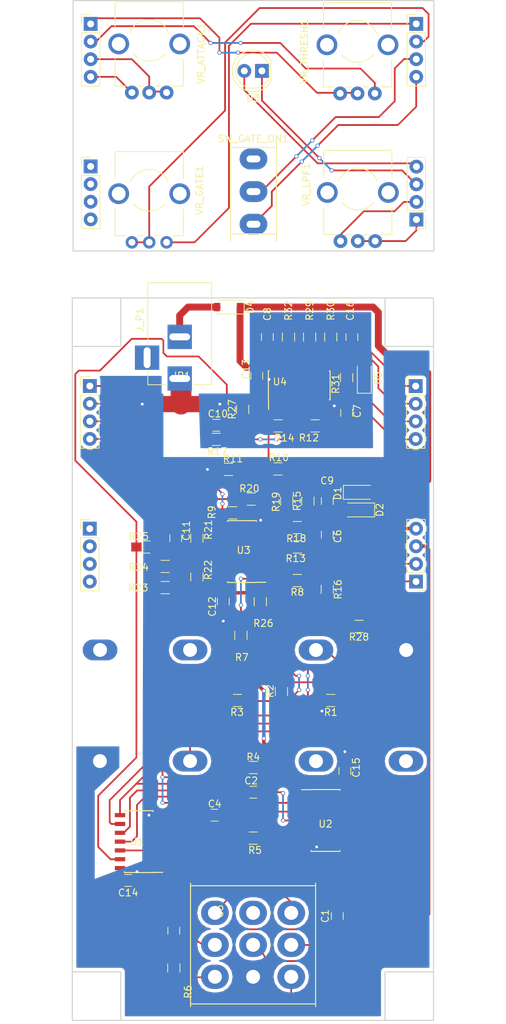
<source format=kicad_pcb>
(kicad_pcb (version 4) (host pcbnew 4.0.7)
  (layers (0 F.Cu signal) (31 B.Cu signal) (34 B.Paste user) (35 F.Paste user hide) (36 B.SilkS user) (37 F.SilkS user) (38 B.Mask user) (39 F.Mask user) (44 Edge.Cuts user))
  (net 0 "")
  (net 1 /GND)
  (net 2 "Net-(R5-Pad2)")
  (net 3 /+9V)
  (net 4 "Net-(R3-Pad1)")
  (net 5 "Net-(C6-Pad2)")
  (net 6 "Net-(C2-Pad1)")
  (net 7 "Net-(C9-Pad1)")
  (net 8 "Net-(C9-Pad2)")
  (net 9 "Net-(D3-Pad1)")
  (net 10 "Net-(D3-Pad2)")
  (net 11 "Net-(D4-Pad2)")
  (net 12 "Net-(C4-Pad2)")
  (net 13 "Net-(R4-Pad1)")
  (net 14 "Net-(R7-Pad1)")
  (net 15 "Net-(R8-Pad1)")
  (net 16 "Net-(R10-Pad2)")
  (net 17 /PeakDetectorSubSys/CleanSignalIn)
  (net 18 /LPF_P1_2)
  (net 19 "Net-(C5-Pad1)")
  (net 20 "Net-(C6-Pad1)")
  (net 21 "Net-(C11-Pad1)")
  (net 22 /ATTK_P1_2)
  (net 23 "Net-(J_AUX2MAIN1-Pad1)")
  (net 24 "Net-(J_AUX2MAIN1-Pad2)")
  (net 25 "Net-(J_AUX2MAIN1-Pad3)")
  (net 26 "Net-(J_AUX2MAIN1-Pad4)")
  (net 27 "Net-(J_AUX2MAIN2-Pad1)")
  (net 28 "Net-(J_AUX2MAIN2-Pad2)")
  (net 29 "Net-(J_AUX2MAIN2-Pad3)")
  (net 30 "Net-(J_AUX2MAIN2-Pad4)")
  (net 31 "Net-(J_AUX2MAIN4-Pad3)")
  (net 32 "Net-(J_AUX2MAIN4-Pad4)")
  (net 33 /THRSH_P1)
  (net 34 /THRSH_P2_3)
  (net 35 /LPF_P3)
  (net 36 /ATTK_P3)
  (net 37 /LED_AN)
  (net 38 /LED_CA)
  (net 39 "Net-(R18-Pad1)")
  (net 40 "Net-(R19-Pad1)")
  (net 41 "Net-(R21-Pad1)")
  (net 42 "Net-(R22-Pad1)")
  (net 43 "Net-(R23-Pad1)")
  (net 44 /PeakDetectorSubSys/AmpModReturn1)
  (net 45 "Net-(U4-Pad2)")
  (net 46 "Net-(U4-Pad11)")
  (net 47 "Net-(C2-Pad2)")
  (net 48 /SWGATE_P1)
  (net 49 "Net-(C7-Pad2)")
  (net 50 /GATE_1)
  (net 51 "Net-(C8-Pad2)")
  (net 52 "Net-(C10-Pad2)")
  (net 53 "Net-(C16-Pad1)")
  (net 54 "Net-(C16-Pad2)")
  (net 55 /SWGATE_P2)
  (net 56 /GATE_2_3)
  (net 57 "Net-(R2-Pad1)")
  (net 58 "Net-(R29-Pad1)")
  (net 59 /PeakDetectorSubSys/FSWITCH_CLK_OUT1)
  (net 60 /PeakDetectorSubSys/FSWITCH_CLK_OUT2)
  (net 61 /FX_IN)
  (net 62 /SIG_IN)
  (net 63 /SIG_OUT)
  (net 64 /FX_OUT)
  (net 65 /BYPASS)
  (net 66 "Net-(J_AUX2MAIN3-Pad1)")
  (net 67 "Net-(J_AUX2MAIN3-Pad2)")
  (net 68 "Net-(J_AUX2MAIN4-Pad1)")
  (net 69 "Net-(J_AUX2MAIN4-Pad2)")
  (net 70 "Net-(J_IN1-Pad2)")
  (net 71 "Net-(J_IN1-Pad3)")
  (net 72 "Net-(J_OUT1-Pad2)")
  (net 73 "Net-(J_OUT1-Pad3)")
  (net 74 "Net-(J_P1-Pad3)")
  (net 75 "Net-(SW_GATE_ON1-Pad3)")
  (net 76 "Net-(U2-Pad6)")
  (net 77 "Net-(U2-Pad8)")
  (net 78 "Net-(U2-Pad9)")
  (net 79 "Net-(U2-Pad10)")
  (net 80 "Net-(U2-Pad11)")
  (net 81 "Net-(U2-Pad12)")
  (net 82 "Net-(U3-Pad12)")
  (net 83 "Net-(U3-Pad13)")
  (net 84 "Net-(J_MAIN2AUX1-Pad3)")
  (net 85 "Net-(J_MAIN2AUX1-Pad4)")
  (net 86 "Net-(U1-Pad1)")
  (net 87 "Net-(U1-Pad2)")
  (net 88 "Net-(J_MAIN2AUX1-Pad1)")
  (net 89 "Net-(J_MAIN2AUX1-Pad2)")
  (net 90 "Net-(SW_ON_1-Pad4)")
  (net 91 /DGND)
  (net 92 /AGND)
  (module LEDs:LED_D5.0mm (layer F.Cu) (at 98.2788 51.0896 180)
    (fp_text reference D3 (at 1.27 -3.96 180) (layer F.SilkS))
    (fp_text value PWRLED1)
    (pad 1 thru_hole rect (at 0 0 180) (size 2 2) (drill 1) (layers *.Cu *.Mask) (net 9 "Net-(D3-Pad1)"))
    (pad 2 thru_hole circle (at 2.54 0 180) (size 2 2) (drill 1) (layers *.Cu *.Mask) (net 10 "Net-(D3-Pad2)"))
  )
  (module Connectors:BARREL_JACK (layer F.Cu) (at 86.4235 95.377 270)
    (fp_text reference J_P1 (at -8.45 5.75 450) (layer F.SilkS))
    (fp_text value BARREL_JACK)
    (pad 1 thru_hole rect (at 0 0 270) (size 3.5 3.5) (drill oval 1 3) (layers *.Cu *.Mask) (net 1 /GND))
    (pad 2 thru_hole rect (at -6 0 270) (size 3.5 3.5) (drill oval 1 3) (layers *.Cu *.Mask) (net 11 "Net-(D4-Pad2)"))
    (pad 3 thru_hole rect (at -3 4.7 270) (size 3.5 3.5) (drill oval 3 1) (layers *.Cu *.Mask) (net 74 "Net-(J_P1-Pad3)"))
  )
  (module custom_sw:SW_3PDT_W18MM_L17.3MM_P5.3MM_D2MM_SolderLugs (layer F.Cu) (at 97.0026 176.911)
    (fp_text reference SW_ON_1 hide)
    (fp_text value SW_3PDT_on_on)
    (pad 1 thru_hole oval (at -5.5 -4.6) (size 4 3.5) (drill 2) (layers *.Cu *.Mask) (net 65 /BYPASS))
    (pad 4 thru_hole oval (at 0 -4.6) (size 4 3.5) (drill 2) (layers *.Cu *.Mask) (net 90 "Net-(SW_ON_1-Pad4)"))
    (pad 7 thru_hole oval (at 5.5 -4.6) (size 4 3.5) (drill 2) (layers *.Cu *.Mask) (net 65 /BYPASS))
    (pad 2 thru_hole oval (at -5.5 0) (size 4 3.5) (drill 2) (layers *.Cu *.Mask) (net 63 /SIG_OUT))
    (pad 5 thru_hole oval (at 0 0) (size 4 3.5) (drill 2) (layers *.Cu *.Mask) (net 38 /LED_CA))
    (pad 8 thru_hole oval (at 5.5 0) (size 4 3.5) (drill 2) (layers *.Cu *.Mask) (net 62 /SIG_IN))
    (pad 3 thru_hole oval (at -5.5 4.6) (size 4 3.5) (drill 2) (layers *.Cu *.Mask) (net 64 /FX_OUT))
    (pad 6 thru_hole oval (at 0 4.6) (size 4 3.5) (drill 2) (layers *.Cu *.Mask) (net 92 /AGND))
    (pad 9 thru_hole oval (at 5.5 4.6) (size 4 3.5) (drill 2) (layers *.Cu *.Mask) (net 61 /FX_IN))
  )
  (module Pin_Headers:Pin_Header_Straight_1x04_Pitch2.54mm (layer F.Cu) (at 73.5838 64.8462)
    (fp_text reference J_AUX2MAIN1)
    (fp_text value CONN_01X04)
    (pad 1 thru_hole rect (at 0 0) (size 2 2) (drill 1) (layers *.Cu *.Mask) (net 23 "Net-(J_AUX2MAIN1-Pad1)"))
    (pad 2 thru_hole circle (at 0 2.54) (size 2 2) (drill 1) (layers *.Cu *.Mask) (net 24 "Net-(J_AUX2MAIN1-Pad2)"))
    (pad 3 thru_hole circle (at 0 5.08) (size 2 2) (drill 1) (layers *.Cu *.Mask) (net 25 "Net-(J_AUX2MAIN1-Pad3)"))
    (pad 4 thru_hole circle (at 0 7.62) (size 2 2) (drill 1) (layers *.Cu *.Mask) (net 26 "Net-(J_AUX2MAIN1-Pad4)"))
  )
  (module Pin_Headers:Pin_Header_Straight_1x04_Pitch2.54mm (layer F.Cu) (at 73.5838 44.323)
    (fp_text reference J_AUX2MAIN2)
    (fp_text value CONN_01X04)
    (pad 1 thru_hole rect (at 0 0) (size 2 2) (drill 1) (layers *.Cu *.Mask) (net 27 "Net-(J_AUX2MAIN2-Pad1)"))
    (pad 2 thru_hole circle (at 0 2.54) (size 2 2) (drill 1) (layers *.Cu *.Mask) (net 28 "Net-(J_AUX2MAIN2-Pad2)"))
    (pad 3 thru_hole circle (at 0 5.08) (size 2 2) (drill 1) (layers *.Cu *.Mask) (net 29 "Net-(J_AUX2MAIN2-Pad3)"))
    (pad 4 thru_hole circle (at 0 7.62) (size 2 2) (drill 1) (layers *.Cu *.Mask) (net 30 "Net-(J_AUX2MAIN2-Pad4)"))
  )
  (module Pin_Headers:Pin_Header_Straight_1x04_Pitch2.54mm (layer F.Cu) (at 120.5484 72.4916 180)
    (fp_text reference J_AUX2MAIN3)
    (fp_text value CONN_01X04)
    (pad 1 thru_hole rect (at 0 0 180) (size 2 2) (drill 1) (layers *.Cu *.Mask) (net 66 "Net-(J_AUX2MAIN3-Pad1)"))
    (pad 2 thru_hole circle (at 0 2.54 180) (size 2 2) (drill 1) (layers *.Cu *.Mask) (net 67 "Net-(J_AUX2MAIN3-Pad2)"))
    (pad 3 thru_hole circle (at 0 5.08 180) (size 2 2) (drill 1) (layers *.Cu *.Mask) (net 9 "Net-(D3-Pad1)"))
    (pad 4 thru_hole circle (at 0 7.62 180) (size 2 2) (drill 1) (layers *.Cu *.Mask) (net 10 "Net-(D3-Pad2)"))
  )
  (module Pin_Headers:Pin_Header_Straight_1x04_Pitch2.54mm (layer F.Cu) (at 120.523 44.323)
    (fp_text reference J_AUX2MAIN4)
    (fp_text value CONN_01X04)
    (pad 1 thru_hole rect (at 0 0) (size 2 2) (drill 1) (layers *.Cu *.Mask) (net 68 "Net-(J_AUX2MAIN4-Pad1)"))
    (pad 2 thru_hole circle (at 0 2.54) (size 2 2) (drill 1) (layers *.Cu *.Mask) (net 69 "Net-(J_AUX2MAIN4-Pad2)"))
    (pad 3 thru_hole circle (at 0 5.08) (size 2 2) (drill 1) (layers *.Cu *.Mask) (net 31 "Net-(J_AUX2MAIN4-Pad3)"))
    (pad 4 thru_hole circle (at 0 7.62) (size 2 2) (drill 1) (layers *.Cu *.Mask) (net 32 "Net-(J_AUX2MAIN4-Pad4)"))
  )
  (module Pin_Headers:Pin_Header_Straight_1x04_Pitch2.54mm (layer F.Cu) (at 73.4568 116.9924)
    (fp_text reference J_MAIN2AUX1)
    (fp_text value CONN_01X04)
    (pad 1 thru_hole rect (at 0 0) (size 2 2) (drill 1) (layers *.Cu *.Mask) (net 88 "Net-(J_MAIN2AUX1-Pad1)"))
    (pad 2 thru_hole circle (at 0 2.54) (size 2 2) (drill 1) (layers *.Cu *.Mask) (net 89 "Net-(J_MAIN2AUX1-Pad2)"))
    (pad 3 thru_hole circle (at 0 5.08) (size 2 2) (drill 1) (layers *.Cu *.Mask) (net 84 "Net-(J_MAIN2AUX1-Pad3)"))
    (pad 4 thru_hole circle (at 0 7.62) (size 2 2) (drill 1) (layers *.Cu *.Mask) (net 85 "Net-(J_MAIN2AUX1-Pad4)"))
  )
  (module Pin_Headers:Pin_Header_Straight_1x04_Pitch2.54mm (layer F.Cu) (at 73.4695 96.4565)
    (fp_text reference J_MAIN2AUX2)
    (fp_text value CONN_01X04)
    (pad 1 thru_hole rect (at 0 0) (size 2 2) (drill 1) (layers *.Cu *.Mask) (net 34 /THRSH_P2_3))
    (pad 2 thru_hole circle (at 0 2.54) (size 2 2) (drill 1) (layers *.Cu *.Mask) (net 33 /THRSH_P1))
    (pad 3 thru_hole circle (at 0 5.08) (size 2 2) (drill 1) (layers *.Cu *.Mask) (net 22 /ATTK_P1_2))
    (pad 4 thru_hole circle (at 0 7.62) (size 2 2) (drill 1) (layers *.Cu *.Mask) (net 36 /ATTK_P3))
  )
  (module Pin_Headers:Pin_Header_Straight_1x04_Pitch2.54mm (layer F.Cu) (at 120.4976 124.6124 180)
    (fp_text reference J_MAIN2AUX3)
    (fp_text value CONN_01X04)
    (pad 1 thru_hole rect (at 0 0 180) (size 2 2) (drill 1) (layers *.Cu *.Mask) (net 18 /LPF_P1_2))
    (pad 2 thru_hole circle (at 0 2.54 180) (size 2 2) (drill 1) (layers *.Cu *.Mask) (net 35 /LPF_P3))
    (pad 3 thru_hole circle (at 0 5.08 180) (size 2 2) (drill 1) (layers *.Cu *.Mask) (net 38 /LED_CA))
    (pad 4 thru_hole circle (at 0 7.62 180) (size 2 2) (drill 1) (layers *.Cu *.Mask) (net 37 /LED_AN))
  )
  (module Pin_Headers:Pin_Header_Straight_1x04_Pitch2.54mm (layer F.Cu) (at 120.4468 96.4692)
    (fp_text reference J_MAIN2AUX4)
    (fp_text value CONN_01X04)
    (pad 1 thru_hole rect (at 0 0) (size 2 2) (drill 1) (layers *.Cu *.Mask) (net 50 /GATE_1))
    (pad 2 thru_hole circle (at 0 2.54) (size 2 2) (drill 1) (layers *.Cu *.Mask) (net 56 /GATE_2_3))
    (pad 3 thru_hole circle (at 0 5.08) (size 2 2) (drill 1) (layers *.Cu *.Mask) (net 55 /SWGATE_P2))
    (pad 4 thru_hole circle (at 0 7.62) (size 2 2) (drill 1) (layers *.Cu *.Mask) (net 48 /SWGATE_P1))
  )
  (module Potentiometers:Potentiometer_Bourns_PTV09A-1_Horizontal (layer F.Cu) (at 84.5312 54.2036 90)
    (fp_text reference VR_ATTACK1 (at 5.6642 4.9911 90) (layer F.SilkS))
    (fp_text value A100K)
    (pad 3 thru_hole circle (at 0 -5 90) (size 2 2) (drill 1) (layers *.Cu *.Mask) (net 30 "Net-(J_AUX2MAIN2-Pad4)"))
    (pad 2 thru_hole circle (at 0 -2.5 90) (size 2 2) (drill 1) (layers *.Cu *.Mask) (net 29 "Net-(J_AUX2MAIN2-Pad3)"))
    (pad 1 thru_hole circle (at 0 0 90) (size 2 2) (drill 1) (layers *.Cu *.Mask) (net 29 "Net-(J_AUX2MAIN2-Pad3)"))
    (pad "" np_thru_hole circle (at 7 -6.9 90) (size 3 3) (drill 2) (layers *.Cu *.Mask))
    (pad "" np_thru_hole circle (at 7 1.9 90) (size 3 3) (drill 2) (layers *.Cu *.Mask))
  )
  (module Potentiometers:Potentiometer_Bourns_PTV09A-1_Horizontal (layer F.Cu) (at 114.6048 75.5904 90)
    (fp_text reference VR_LPF1 (at 8.128 -9.906 90) (layer F.SilkS))
    (fp_text value B500K)
    (pad 3 thru_hole circle (at 0 -5 90) (size 2 2) (drill 1) (layers *.Cu *.Mask) (net 67 "Net-(J_AUX2MAIN3-Pad2)"))
    (pad 2 thru_hole circle (at 0 -2.5 90) (size 2 2) (drill 1) (layers *.Cu *.Mask) (net 66 "Net-(J_AUX2MAIN3-Pad1)"))
    (pad 1 thru_hole circle (at 0 0 90) (size 2 2) (drill 1) (layers *.Cu *.Mask) (net 66 "Net-(J_AUX2MAIN3-Pad1)"))
    (pad 0 thru_hole circle (at 7 -6.9 90) (size 3 3) (drill 2) (layers *.Cu *.Mask))
    (pad 0 thru_hole circle (at 7 1.9 90) (size 3 3) (drill 2) (layers *.Cu *.Mask))
  )
  (module Potentiometers:Potentiometer_Bourns_PTV09A-1_Horizontal (layer F.Cu) (at 114.554 54.3306 90)
    (fp_text reference VR_THRESH1 (at 6.05 -10.15 90) (layer F.SilkS))
    (fp_text value B500K)
    (pad 3 thru_hole circle (at 0 -5 90) (size 2 2) (drill 1) (layers *.Cu *.Mask) (net 27 "Net-(J_AUX2MAIN2-Pad1)"))
    (pad 2 thru_hole circle (at 0 -2.5 90) (size 2 2) (drill 1) (layers *.Cu *.Mask) (net 27 "Net-(J_AUX2MAIN2-Pad1)"))
    (pad 1 thru_hole circle (at 0 0 90) (size 2 2) (drill 1) (layers *.Cu *.Mask) (net 28 "Net-(J_AUX2MAIN2-Pad2)"))
    (pad "" np_thru_hole circle (at 7 -6.9 90) (size 3 3) (drill 2) (layers *.Cu *.Mask))
    (pad "" np_thru_hole circle (at 7 1.9 90) (size 3 3) (drill 2) (layers *.Cu *.Mask))
  )
  (module NeutrikAudioJack:NeutrikAudioSocket_Mono_PCB_NARROWPADS (layer F.Cu) (at 81.4197 142.4559 270)
    (fp_text reference J_OUT1 hide)
    (fp_text value JACK__MONO_2P_NC)
    (pad 2 thru_hole oval (at -8 -6.5 270) (size 3 5) (drill 2) (layers *.Cu *.Mask) (net 72 "Net-(J_OUT1-Pad2)"))
    (pad 1 thru_hole oval (at 8 -6.5 270) (size 3 5) (drill 2) (layers *.Cu *.Mask) (net 63 /SIG_OUT))
    (pad 4 thru_hole oval (at 8 6.5 270) (size 3 5) (drill 2) (layers *.Cu *.Mask) (net 92 /AGND))
    (pad 3 thru_hole oval (at -8 6.477 270) (size 3 5) (drill 2) (layers *.Cu *.Mask) (net 73 "Net-(J_OUT1-Pad3)"))
  )
  (module NeutrikAudioJack:NeutrikAudioSocket_Mono_PCB_NARROWPADS (layer F.Cu) (at 112.5728 142.4686 90)
    (fp_text reference J_IN1 hide)
    (fp_text value JACK__MONO_2P_NC)
    (pad 2 thru_hole oval (at -8 -6.5 90) (size 3 5) (drill 2) (layers *.Cu *.Mask) (net 70 "Net-(J_IN1-Pad2)"))
    (pad 1 thru_hole oval (at 8 -6.5 90) (size 3 5) (drill 2) (layers *.Cu *.Mask) (net 62 /SIG_IN))
    (pad 4 thru_hole oval (at 8 6.5 90) (size 3 5) (drill 2) (layers *.Cu *.Mask) (net 92 /AGND))
    (pad 3 thru_hole oval (at -8 6.477 90) (size 3 5) (drill 2) (layers *.Cu *.Mask) (net 71 "Net-(J_IN1-Pad3)"))
  )
  (module Capacitors_SMD:C_0805_HandSoldering (layer F.Cu) (at 109.1438 172.7708 90)
    (fp_text reference C1 (at 0 -1.75 90) (layer F.SilkS))
    (fp_text value 47nF)
    (pad 1 smd rect (at -1.25 0 90) (size 1.5 1.25) (layers F.Cu F.Paste F.Mask) (net 17 /PeakDetectorSubSys/CleanSignalIn))
    (pad 2 smd rect (at 1.25 0 90) (size 1.5 1.25) (layers F.Cu F.Paste F.Mask) (net 61 /FX_IN))
  )
  (module Capacitors_SMD:C_0805_HandSoldering (layer F.Cu) (at 97.028 154.94 180)
    (fp_text reference C2 (at 0.3048 1.651 180) (layer F.SilkS))
    (fp_text value 1nF)
    (pad 1 smd rect (at -1.25 0 180) (size 1.5 1.25) (layers F.Cu F.Paste F.Mask) (net 6 "Net-(C2-Pad1)"))
    (pad 2 smd rect (at 1.25 0 180) (size 1.5 1.25) (layers F.Cu F.Paste F.Mask) (net 47 "Net-(C2-Pad2)"))
  )
  (module Capacitors_SMD:C_0805_HandSoldering (layer F.Cu) (at 91.44 158.242)
    (fp_text reference C4 (at 0.0254 -1.6256) (layer F.SilkS))
    (fp_text value 1nF)
    (pad 1 smd rect (at -1.25 0) (size 1.5 1.25) (layers F.Cu F.Paste F.Mask) (net 18 /LPF_P1_2))
    (pad 2 smd rect (at 1.25 0) (size 1.5 1.25) (layers F.Cu F.Paste F.Mask) (net 12 "Net-(C4-Pad2)"))
  )
  (module Capacitors_SMD:C_0805_HandSoldering (layer F.Cu) (at 85.5726 174.879 90)
    (fp_text reference C5 (at 2.794 6.604 90) (layer F.SilkS))
    (fp_text value 100nF)
    (pad 1 smd rect (at -1.25 0 90) (size 1.5 1.25) (layers F.Cu F.Paste F.Mask) (net 19 "Net-(C5-Pad1)"))
    (pad 2 smd rect (at 1.25 0 90) (size 1.5 1.25) (layers F.Cu F.Paste F.Mask) (net 18 /LPF_P1_2))
  )
  (module Capacitors_SMD:C_0805_HandSoldering (layer F.Cu) (at 107.696 117.856 270)
    (fp_text reference C6 (at 0.23495 -1.50495 450) (layer F.SilkS))
    (fp_text value 47nF)
    (pad 1 smd rect (at -1.25 0 270) (size 1.5 1.25) (layers F.Cu F.Paste F.Mask) (net 20 "Net-(C6-Pad1)"))
    (pad 2 smd rect (at 1.25 0 270) (size 1.5 1.25) (layers F.Cu F.Paste F.Mask) (net 5 "Net-(C6-Pad2)"))
  )
  (module Capacitors_SMD:C_0805_HandSoldering (layer F.Cu) (at 110.49 100.33 270)
    (fp_text reference C7 (at -0.254 -1.524 270) (layer F.SilkS))
    (fp_text value 100pF)
    (pad 1 smd rect (at -1.25 0 270) (size 1.5 1.25) (layers F.Cu F.Paste F.Mask) (net 48 /SWGATE_P1))
    (pad 2 smd rect (at 1.25 0 270) (size 1.5 1.25) (layers F.Cu F.Paste F.Mask) (net 49 "Net-(C7-Pad2)"))
  )
  (module Capacitors_SMD:C_0805_HandSoldering (layer F.Cu) (at 99.06 89.408 90)
    (fp_text reference C8 (at 3.302 0 90) (layer F.SilkS))
    (fp_text value 4.7uF)
    (pad 1 smd rect (at -1.25 0 90) (size 1.5 1.25) (layers F.Cu F.Paste F.Mask) (net 50 /GATE_1))
    (pad 2 smd rect (at 1.25 0 90) (size 1.5 1.25) (layers F.Cu F.Paste F.Mask) (net 51 "Net-(C8-Pad2)"))
  )
  (module Capacitors_SMD:C_0805_HandSoldering (layer F.Cu) (at 107.696 113.03 270)
    (fp_text reference C9 (at -2.94005 0.01905 360) (layer F.SilkS))
    (fp_text value 47nF)
    (pad 1 smd rect (at -1.25 0 270) (size 1.5 1.25) (layers F.Cu F.Paste F.Mask) (net 7 "Net-(C9-Pad1)"))
    (pad 2 smd rect (at 1.25 0 270) (size 1.5 1.25) (layers F.Cu F.Paste F.Mask) (net 8 "Net-(C9-Pad2)"))
  )
  (module Capacitors_SMD:C_0805_HandSoldering (layer F.Cu) (at 91.694 102.108)
    (fp_text reference C10 (at 0.2286 -1.651) (layer F.SilkS))
    (fp_text value 10pF)
    (pad 1 smd rect (at -1.25 0) (size 1.5 1.25) (layers F.Cu F.Paste F.Mask) (net 59 /PeakDetectorSubSys/FSWITCH_CLK_OUT1))
    (pad 2 smd rect (at 1.25 0) (size 1.5 1.25) (layers F.Cu F.Paste F.Mask) (net 52 "Net-(C10-Pad2)"))
  )
  (module Capacitors_SMD:C_0805_HandSoldering (layer F.Cu) (at 85.852 118.364 90)
    (fp_text reference C11 (at 1.08585 1.53035 270) (layer F.SilkS))
    (fp_text value 100nF)
    (pad 1 smd rect (at -1.25 0 90) (size 1.5 1.25) (layers F.Cu F.Paste F.Mask) (net 21 "Net-(C11-Pad1)"))
    (pad 2 smd rect (at 1.25 0 90) (size 1.5 1.25) (layers F.Cu F.Paste F.Mask) (net 36 /ATTK_P3))
  )
  (module Capacitors_SMD:C_0805_HandSoldering (layer F.Cu) (at 92.71 127.508 270)
    (fp_text reference C12 (at 0.6985 1.5875 270) (layer F.SilkS))
    (fp_text value 100nF)
    (pad 1 smd rect (at -1.25 0 270) (size 1.5 1.25) (layers F.Cu F.Paste F.Mask) (net 3 /+9V))
    (pad 2 smd rect (at 1.25 0 270) (size 1.5 1.25) (layers F.Cu F.Paste F.Mask) (net 92 /AGND))
  )
  (module Capacitors_SMD:C_0805_HandSoldering (layer F.Cu) (at 97.536 94.996 270)
    (fp_text reference C13 (at -0.9779 1.5494 270) (layer F.SilkS))
    (fp_text value 100nF)
    (pad 1 smd rect (at -1.25 0 270) (size 1.5 1.25) (layers F.Cu F.Paste F.Mask) (net 3 /+9V))
    (pad 2 smd rect (at 1.25 0 270) (size 1.5 1.25) (layers F.Cu F.Paste F.Mask) (net 91 /DGND))
  )
  (module Capacitors_SMD:C_0805_HandSoldering (layer F.Cu) (at 78.994 167.64)
    (fp_text reference C14 (at 0 1.778) (layer F.SilkS))
    (fp_text value 100nF)
    (pad 1 smd rect (at -1.25 0) (size 1.5 1.25) (layers F.Cu F.Paste F.Mask) (net 3 /+9V))
    (pad 2 smd rect (at 1.25 0) (size 1.5 1.25) (layers F.Cu F.Paste F.Mask) (net 92 /AGND))
  )
  (module Capacitors_SMD:C_0805_HandSoldering (layer F.Cu) (at 110.236 151.892 90)
    (fp_text reference C15 (at 0.508 1.6256 90) (layer F.SilkS))
    (fp_text value 100nF)
    (pad 1 smd rect (at -1.25 0 90) (size 1.5 1.25) (layers F.Cu F.Paste F.Mask) (net 3 /+9V))
    (pad 2 smd rect (at 1.25 0 90) (size 1.5 1.25) (layers F.Cu F.Paste F.Mask) (net 92 /AGND))
  )
  (module Capacitors_SMD:C_0805_HandSoldering (layer F.Cu) (at 111.252 89.408 90)
    (fp_text reference C16 (at 3.81 -0.254 90) (layer F.SilkS))
    (fp_text value 10pF)
    (pad 1 smd rect (at -1.25 0 90) (size 1.5 1.25) (layers F.Cu F.Paste F.Mask) (net 53 "Net-(C16-Pad1)"))
    (pad 2 smd rect (at 1.25 0 90) (size 1.5 1.25) (layers F.Cu F.Paste F.Mask) (net 54 "Net-(C16-Pad2)"))
  )
  (module Diodes_SMD:D_SOD-123 (layer F.Cu) (at 112.268 111.76)
    (fp_text reference D1 (at -3.06705 0.14605 90) (layer F.SilkS))
    (fp_text value D)
    (pad 1 smd rect (at -1.65 0) (size 0.9 1.2) (layers F.Cu F.Paste F.Mask) (net 7 "Net-(C9-Pad1)"))
    (pad 2 smd rect (at 1.65 0) (size 0.9 1.2) (layers F.Cu F.Paste F.Mask) (net 20 "Net-(C6-Pad1)"))
  )
  (module Diodes_SMD:D_SOD-123 (layer F.Cu) (at 112.268 114.3 180)
    (fp_text reference D2 (at -2.9972 0 270) (layer F.SilkS))
    (fp_text value D)
    (pad 1 smd rect (at -1.65 0 180) (size 0.9 1.2) (layers F.Cu F.Paste F.Mask) (net 20 "Net-(C6-Pad1)"))
    (pad 2 smd rect (at 1.65 0 180) (size 0.9 1.2) (layers F.Cu F.Paste F.Mask) (net 8 "Net-(C9-Pad2)"))
  )
  (module Diodes_SMD:D_SOD-123 (layer F.Cu) (at 93.472 85.09 180)
    (fp_text reference D4 (at -3.1115 0 270) (layer F.SilkS))
    (fp_text value D_Schottky)
    (pad 1 smd rect (at -1.65 0 180) (size 0.9 1.2) (layers F.Cu F.Paste F.Mask) (net 3 /+9V))
    (pad 2 smd rect (at 1.65 0 180) (size 0.9 1.2) (layers F.Cu F.Paste F.Mask) (net 11 "Net-(D4-Pad2)"))
  )
  (module Diodes_SMD:D_SOD-123 (layer F.Cu) (at 113.03 95.25 90)
    (fp_text reference D5 (at -0.0508 2.0066 90) (layer F.SilkS))
    (fp_text value D)
    (pad 1 smd rect (at -1.65 0 90) (size 0.9 1.2) (layers F.Cu F.Paste F.Mask) (net 55 /SWGATE_P2))
    (pad 2 smd rect (at 1.65 0 90) (size 0.9 1.2) (layers F.Cu F.Paste F.Mask) (net 53 "Net-(C16-Pad1)"))
  )
  (module Resistors_SMD:R_0805_HandSoldering (layer F.Cu) (at 108.204 141.732 180)
    (fp_text reference R1 (at 0 -1.7 180) (layer F.SilkS))
    (fp_text value 1M)
    (pad 1 smd rect (at -1.35 0 180) (size 1.5 1.3) (layers F.Cu F.Paste F.Mask) (net 61 /FX_IN))
    (pad 2 smd rect (at 1.35 0 180) (size 1.5 1.3) (layers F.Cu F.Paste F.Mask) (net 92 /AGND))
  )
  (module Resistors_SMD:R_0805_HandSoldering (layer F.Cu) (at 101.092 140.462 90)
    (fp_text reference R2 (at 0.0762 -1.651 90) (layer F.SilkS))
    (fp_text value 200K)
    (pad 1 smd rect (at -1.35 0 90) (size 1.5 1.3) (layers F.Cu F.Paste F.Mask) (net 57 "Net-(R2-Pad1)"))
    (pad 2 smd rect (at 1.35 0 90) (size 1.5 1.3) (layers F.Cu F.Paste F.Mask) (net 17 /PeakDetectorSubSys/CleanSignalIn))
  )
  (module Resistors_SMD:R_0805_HandSoldering (layer F.Cu) (at 94.742 141.732)
    (fp_text reference R3 (at -0.0508 1.7018) (layer F.SilkS))
    (fp_text value 1M)
    (pad 1 smd rect (at -1.35 0) (size 1.5 1.3) (layers F.Cu F.Paste F.Mask) (net 4 "Net-(R3-Pad1)"))
    (pad 2 smd rect (at 1.35 0) (size 1.5 1.3) (layers F.Cu F.Paste F.Mask) (net 57 "Net-(R2-Pad1)"))
  )
  (module Resistors_SMD:R_0805_HandSoldering (layer F.Cu) (at 97.028 151.384 180)
    (fp_text reference R4 (at 0 1.524 180) (layer F.SilkS))
    (fp_text value 47K)
    (pad 1 smd rect (at -1.35 0 180) (size 1.5 1.3) (layers F.Cu F.Paste F.Mask) (net 13 "Net-(R4-Pad1)"))
    (pad 2 smd rect (at 1.35 0 180) (size 1.5 1.3) (layers F.Cu F.Paste F.Mask) (net 4 "Net-(R3-Pad1)"))
  )
  (module Resistors_SMD:R_0805_HandSoldering (layer F.Cu) (at 97.028 161.544)
    (fp_text reference R5 (at 0.254 1.7526) (layer F.SilkS))
    (fp_text value 47K)
    (pad 1 smd rect (at -1.35 0) (size 1.5 1.3) (layers F.Cu F.Paste F.Mask) (net 12 "Net-(C4-Pad2)"))
    (pad 2 smd rect (at 1.35 0) (size 1.5 1.3) (layers F.Cu F.Paste F.Mask) (net 2 "Net-(R5-Pad2)"))
  )
  (module Resistors_SMD:R_0805_HandSoldering (layer F.Cu) (at 85.5726 180.2384 90)
    (fp_text reference R6 (at -3.429 2.0574 90) (layer F.SilkS))
    (fp_text value 3K3)
    (pad 1 smd rect (at -1.35 0 90) (size 1.5 1.3) (layers F.Cu F.Paste F.Mask) (net 64 /FX_OUT))
    (pad 2 smd rect (at 1.35 0 90) (size 1.5 1.3) (layers F.Cu F.Paste F.Mask) (net 19 "Net-(C5-Pad1)"))
  )
  (module Resistors_SMD:R_0805_HandSoldering (layer F.Cu) (at 95.25 132.334 270)
    (fp_text reference R7 (at 3.175 -0.127 360) (layer F.SilkS))
    (fp_text value 1M)
    (pad 1 smd rect (at -1.35 0 270) (size 1.5 1.3) (layers F.Cu F.Paste F.Mask) (net 14 "Net-(R7-Pad1)"))
    (pad 2 smd rect (at 1.35 0 270) (size 1.5 1.3) (layers F.Cu F.Paste F.Mask) (net 17 /PeakDetectorSubSys/CleanSignalIn))
  )
  (module Resistors_SMD:R_0805_HandSoldering (layer F.Cu) (at 103.378 124.46)
    (fp_text reference R8 (at 0 1.6764) (layer F.SilkS))
    (fp_text value 1M)
    (pad 1 smd rect (at -1.35 0) (size 1.5 1.3) (layers F.Cu F.Paste F.Mask) (net 15 "Net-(R8-Pad1)"))
    (pad 2 smd rect (at 1.35 0) (size 1.5 1.3) (layers F.Cu F.Paste F.Mask) (net 14 "Net-(R7-Pad1)"))
  )
  (module Resistors_SMD:R_0805_HandSoldering (layer F.Cu) (at 94.0689 114.7191)
    (fp_text reference R9 (at -3.0099 -0.0889 90) (layer F.SilkS))
    (fp_text value 10K)
    (pad 1 smd rect (at -1.35 0) (size 1.5 1.3) (layers F.Cu F.Paste F.Mask) (net 33 /THRSH_P1))
    (pad 2 smd rect (at 1.35 0) (size 1.5 1.3) (layers F.Cu F.Paste F.Mask) (net 15 "Net-(R8-Pad1)"))
  )
  (module Resistors_SMD:R_0805_HandSoldering (layer F.Cu) (at 100.584 108.3945 180)
    (fp_text reference R10 (at -0.127 1.6383 180) (layer F.SilkS))
    (fp_text value 100K)
    (pad 1 smd rect (at -1.35 0 180) (size 1.5 1.3) (layers F.Cu F.Paste F.Mask) (net 3 /+9V))
    (pad 2 smd rect (at 1.35 0 180) (size 1.5 1.3) (layers F.Cu F.Paste F.Mask) (net 16 "Net-(R10-Pad2)"))
  )
  (module Resistors_SMD:R_0805_HandSoldering (layer F.Cu) (at 93.472 108.458 180)
    (fp_text reference R11 (at -0.635 1.524 180) (layer F.SilkS))
    (fp_text value 100K)
    (pad 1 smd rect (at -1.35 0 180) (size 1.5 1.3) (layers F.Cu F.Paste F.Mask) (net 16 "Net-(R10-Pad2)"))
    (pad 2 smd rect (at 1.35 0 180) (size 1.5 1.3) (layers F.Cu F.Paste F.Mask) (net 92 /AGND))
  )
  (module Resistors_SMD:R_0805_HandSoldering (layer F.Cu) (at 105.9434 102.1969)
    (fp_text reference R12 (at -0.889 1.7145) (layer F.SilkS))
    (fp_text value 47K)
    (pad 1 smd rect (at -1.35 0) (size 1.5 1.3) (layers F.Cu F.Paste F.Mask) (net 16 "Net-(R10-Pad2)"))
    (pad 2 smd rect (at 1.35 0) (size 1.5 1.3) (layers F.Cu F.Paste F.Mask) (net 49 "Net-(C7-Pad2)"))
  )
  (module Resistors_SMD:R_0805_HandSoldering (layer F.Cu) (at 103.378 119.634)
    (fp_text reference R13 (at -0.2286 1.651) (layer F.SilkS))
    (fp_text value 470K)
    (pad 1 smd rect (at -1.35 0) (size 1.5 1.3) (layers F.Cu F.Paste F.Mask) (net 5 "Net-(C6-Pad2)"))
    (pad 2 smd rect (at 1.35 0) (size 1.5 1.3) (layers F.Cu F.Paste F.Mask) (net 34 /THRSH_P2_3))
  )
  (module Resistors_SMD:R_0805_HandSoldering (layer F.Cu) (at 100.6094 102.1969 180)
    (fp_text reference R14 (at -0.889 -1.7399 180) (layer F.SilkS))
    (fp_text value 100K)
    (pad 1 smd rect (at -1.35 0 180) (size 1.5 1.3) (layers F.Cu F.Paste F.Mask) (net 52 "Net-(C10-Pad2)"))
    (pad 2 smd rect (at 1.35 0 180) (size 1.5 1.3) (layers F.Cu F.Paste F.Mask) (net 16 "Net-(R10-Pad2)"))
  )
  (module Resistors_SMD:R_0805_HandSoldering (layer F.Cu) (at 104.902 113.03 270)
    (fp_text reference R15 (at -0.0254 1.5494 450) (layer F.SilkS))
    (fp_text value 1M)
    (pad 1 smd rect (at -1.35 0 270) (size 1.5 1.3) (layers F.Cu F.Paste F.Mask) (net 7 "Net-(C9-Pad1)"))
    (pad 2 smd rect (at 1.35 0 270) (size 1.5 1.3) (layers F.Cu F.Paste F.Mask) (net 8 "Net-(C9-Pad2)"))
  )
  (module Resistors_SMD:R_0805_HandSoldering (layer F.Cu) (at 107.696 125.73 90)
    (fp_text reference R16 (at -0.00635 1.55575 270) (layer F.SilkS))
    (fp_text value 3K3)
    (pad 1 smd rect (at -1.35 0 90) (size 1.5 1.3) (layers F.Cu F.Paste F.Mask) (net 3 /+9V))
    (pad 2 smd rect (at 1.35 0 90) (size 1.5 1.3) (layers F.Cu F.Paste F.Mask) (net 7 "Net-(C9-Pad1)"))
  )
  (module Resistors_SMD:R_0805_HandSoldering (layer F.Cu) (at 91.694 104.14)
    (fp_text reference R17 (at 0.1524 1.7526) (layer F.SilkS))
    (fp_text value 47K)
    (pad 1 smd rect (at -1.35 0) (size 1.5 1.3) (layers F.Cu F.Paste F.Mask) (net 59 /PeakDetectorSubSys/FSWITCH_CLK_OUT1))
    (pad 2 smd rect (at 1.35 0) (size 1.5 1.3) (layers F.Cu F.Paste F.Mask) (net 49 "Net-(C7-Pad2)"))
  )
  (module Resistors_SMD:R_0805_HandSoldering (layer F.Cu) (at 103.378 116.84)
    (fp_text reference R18 (at -0.14605 1.58115 180) (layer F.SilkS))
    (fp_text value 20M)
    (pad 1 smd rect (at -1.35 0) (size 1.5 1.3) (layers F.Cu F.Paste F.Mask) (net 39 "Net-(R18-Pad1)"))
    (pad 2 smd rect (at 1.35 0) (size 1.5 1.3) (layers F.Cu F.Paste F.Mask) (net 8 "Net-(C9-Pad2)"))
  )
  (module Resistors_SMD:R_0805_HandSoldering (layer F.Cu) (at 101.854 113.03 270)
    (fp_text reference R19 (at 0.10795 1.54305 450) (layer F.SilkS))
    (fp_text value 10M)
    (pad 1 smd rect (at -1.35 0 270) (size 1.5 1.3) (layers F.Cu F.Paste F.Mask) (net 40 "Net-(R19-Pad1)"))
    (pad 2 smd rect (at 1.35 0 270) (size 1.5 1.3) (layers F.Cu F.Paste F.Mask) (net 39 "Net-(R18-Pad1)"))
  )
  (module Resistors_SMD:R_0805_HandSoldering (layer F.Cu) (at 96.7232 112.7379 180)
    (fp_text reference R20 (at 0.254 1.524 180) (layer F.SilkS))
    (fp_text value 47K)
    (pad 1 smd rect (at -1.35 0 180) (size 1.5 1.3) (layers F.Cu F.Paste F.Mask) (net 40 "Net-(R19-Pad1)"))
    (pad 2 smd rect (at 1.35 0 180) (size 1.5 1.3) (layers F.Cu F.Paste F.Mask) (net 22 /ATTK_P1_2))
  )
  (module Resistors_SMD:R_0805_HandSoldering (layer F.Cu) (at 88.9 118.364 90)
    (fp_text reference R21 (at 1.21285 1.65735 90) (layer F.SilkS))
    (fp_text value 10M)
    (pad 1 smd rect (at -1.35 0 90) (size 1.5 1.3) (layers F.Cu F.Paste F.Mask) (net 41 "Net-(R21-Pad1)"))
    (pad 2 smd rect (at 1.35 0 90) (size 1.5 1.3) (layers F.Cu F.Paste F.Mask) (net 36 /ATTK_P3))
  )
  (module Resistors_SMD:R_0805_HandSoldering (layer F.Cu) (at 88.9 123.952 90)
    (fp_text reference R22 (at 1.00965 1.63195 270) (layer F.SilkS))
    (fp_text value 10M)
    (pad 1 smd rect (at -1.35 0 90) (size 1.5 1.3) (layers F.Cu F.Paste F.Mask) (net 42 "Net-(R22-Pad1)"))
    (pad 2 smd rect (at 1.35 0 90) (size 1.5 1.3) (layers F.Cu F.Paste F.Mask) (net 41 "Net-(R21-Pad1)"))
  )
  (module Resistors_SMD:R_0805_HandSoldering (layer F.Cu) (at 84.328 125.476)
    (fp_text reference R23 (at -3.87985 0.03175) (layer F.SilkS))
    (fp_text value 10M)
    (pad 1 smd rect (at -1.35 0) (size 1.5 1.3) (layers F.Cu F.Paste F.Mask) (net 43 "Net-(R23-Pad1)"))
    (pad 2 smd rect (at 1.35 0) (size 1.5 1.3) (layers F.Cu F.Paste F.Mask) (net 42 "Net-(R22-Pad1)"))
  )
  (module Resistors_SMD:R_0805_HandSoldering (layer F.Cu) (at 84.328 122.428 180)
    (fp_text reference R24 (at 3.80365 -0.10795 180) (layer F.SilkS))
    (fp_text value 2.2M)
    (pad 1 smd rect (at -1.35 0 180) (size 1.5 1.3) (layers F.Cu F.Paste F.Mask) (net 21 "Net-(C11-Pad1)"))
    (pad 2 smd rect (at 1.35 0 180) (size 1.5 1.3) (layers F.Cu F.Paste F.Mask) (net 43 "Net-(R23-Pad1)"))
  )
  (module Resistors_SMD:R_0805_HandSoldering (layer F.Cu) (at 81.534 119.634)
    (fp_text reference R25 (at -1.016 -1.524) (layer F.SilkS))
    (fp_text value 47k)
    (pad 1 smd rect (at -1.35 0) (size 1.5 1.3) (layers F.Cu F.Paste F.Mask) (net 59 /PeakDetectorSubSys/FSWITCH_CLK_OUT1))
    (pad 2 smd rect (at 1.35 0) (size 1.5 1.3) (layers F.Cu F.Paste F.Mask) (net 21 "Net-(C11-Pad1)"))
  )
  (module Resistors_SMD:R_0805_HandSoldering (layer F.Cu) (at 98.044 127.508 90)
    (fp_text reference R26 (at -3.1115 0.4445 180) (layer F.SilkS))
    (fp_text value 1K)
    (pad 1 smd rect (at -1.35 0 90) (size 1.5 1.3) (layers F.Cu F.Paste F.Mask) (net 37 /LED_AN))
    (pad 2 smd rect (at 1.35 0 90) (size 1.5 1.3) (layers F.Cu F.Paste F.Mask) (net 3 /+9V))
  )
  (module Resistors_SMD:R_0805_HandSoldering (layer F.Cu) (at 95.504 99.822 270)
    (fp_text reference R27 (at 0 1.524 270) (layer F.SilkS))
    (fp_text value 100K)
    (pad 1 smd rect (at -1.35 0 270) (size 1.5 1.3) (layers F.Cu F.Paste F.Mask) (net 48 /SWGATE_P1))
    (pad 2 smd rect (at 1.35 0 270) (size 1.5 1.3) (layers F.Cu F.Paste F.Mask) (net 52 "Net-(C10-Pad2)"))
  )
  (module Resistors_SMD:R_0805_HandSoldering (layer F.Cu) (at 112.268 131.064 180)
    (fp_text reference R28 (at 0 -1.524 180) (layer F.SilkS))
    (fp_text value 200K)
    (pad 1 smd rect (at -1.35 0 180) (size 1.5 1.3) (layers F.Cu F.Paste F.Mask) (net 35 /LPF_P3))
    (pad 2 smd rect (at 1.35 0 180) (size 1.5 1.3) (layers F.Cu F.Paste F.Mask) (net 57 "Net-(R2-Pad1)"))
  )
  (module Resistors_SMD:R_0805_HandSoldering (layer F.Cu) (at 105.156 89.408 90)
    (fp_text reference R29 (at 3.81 0 90) (layer F.SilkS))
    (fp_text value 47K)
    (pad 1 smd rect (at -1.35 0 90) (size 1.5 1.3) (layers F.Cu F.Paste F.Mask) (net 58 "Net-(R29-Pad1)"))
    (pad 2 smd rect (at 1.35 0 90) (size 1.5 1.3) (layers F.Cu F.Paste F.Mask) (net 51 "Net-(C8-Pad2)"))
  )
  (module Resistors_SMD:R_0805_HandSoldering (layer F.Cu) (at 108.204 89.408 270)
    (fp_text reference R30 (at -3.81 0 270) (layer F.SilkS))
    (fp_text value 100K)
    (pad 1 smd rect (at -1.35 0 270) (size 1.5 1.3) (layers F.Cu F.Paste F.Mask) (net 54 "Net-(C16-Pad2)"))
    (pad 2 smd rect (at 1.35 0 270) (size 1.5 1.3) (layers F.Cu F.Paste F.Mask) (net 58 "Net-(R29-Pad1)"))
  )
  (module Resistors_SMD:R_0805_HandSoldering (layer F.Cu) (at 110.49 95.25 270)
    (fp_text reference R31 (at 0.889 1.5748 270) (layer F.SilkS))
    (fp_text value 47K)
    (pad 1 smd rect (at -1.35 0 270) (size 1.5 1.3) (layers F.Cu F.Paste F.Mask) (net 53 "Net-(C16-Pad1)"))
    (pad 2 smd rect (at 1.35 0 270) (size 1.5 1.3) (layers F.Cu F.Paste F.Mask) (net 51 "Net-(C8-Pad2)"))
  )
  (module Resistors_SMD:R_0805_HandSoldering (layer F.Cu) (at 102.108 89.408 270)
    (fp_text reference R32 (at -3.81 0 270) (layer F.SilkS))
    (fp_text value 22K)
    (pad 1 smd rect (at -1.35 0 270) (size 1.5 1.3) (layers F.Cu F.Paste F.Mask) (net 56 /GATE_2_3))
    (pad 2 smd rect (at 1.35 0 270) (size 1.5 1.3) (layers F.Cu F.Paste F.Mask) (net 54 "Net-(C16-Pad2)"))
  )
  (module custom_sw:SW_SPDT_W6.86MM_L12.7MM_P4.8MM_D2MM (layer F.Cu) (at 97.0596 68.4632 180)
    (fp_text reference SW_GATE_ON1 (at 0.0316 7.6048 180) (layer F.SilkS))
    (fp_text value SW_SPDT)
    (pad 2 thru_hole oval (at 0 0 180) (size 4 3) (drill oval 2 1) (layers *.Cu *.Mask) (net 31 "Net-(J_AUX2MAIN4-Pad3)"))
    (pad 1 thru_hole oval (at 0 -4.7 180) (size 4 3) (drill oval 2 1) (layers *.Cu *.Mask) (net 32 "Net-(J_AUX2MAIN4-Pad4)"))
    (pad 3 thru_hole oval (at 0 4.7 180) (size 4 3) (drill oval 2 1) (layers *.Cu *.Mask) (net 75 "Net-(SW_GATE_ON1-Pad3)"))
  )
  (module Housings_SOIC:SOIC-14_3.9x8.7mm_Pitch1.27mm (layer F.Cu) (at 80.518 162.052 180)
    (fp_text reference U1 (at 0.254 0 180) (layer F.SilkS))
    (fp_text value 4069UB)
    (pad 1 smd rect (at -2.7 -3.81 180) (size 1.5 0.6) (layers F.Cu F.Paste F.Mask) (net 86 "Net-(U1-Pad1)"))
    (pad 2 smd rect (at -2.7 -2.54 180) (size 1.5 0.6) (layers F.Cu F.Paste F.Mask) (net 87 "Net-(U1-Pad2)"))
    (pad 3 smd rect (at -2.7 -1.27 180) (size 1.5 0.6) (layers F.Cu F.Paste F.Mask) (net 60 /PeakDetectorSubSys/FSWITCH_CLK_OUT2))
    (pad 4 smd rect (at -2.7 0 180) (size 1.5 0.6) (layers F.Cu F.Paste F.Mask) (net 44 /PeakDetectorSubSys/AmpModReturn1))
    (pad 5 smd rect (at -2.7 1.27 180) (size 1.5 0.6) (layers F.Cu F.Paste F.Mask) (net 12 "Net-(C4-Pad2)"))
    (pad 6 smd rect (at -2.7 2.54 180) (size 1.5 0.6) (layers F.Cu F.Paste F.Mask) (net 18 /LPF_P1_2))
    (pad 7 smd rect (at -2.7 3.81 180) (size 1.5 0.6) (layers F.Cu F.Paste F.Mask) (net 92 /AGND))
    (pad 8 smd rect (at 2.7 3.81 180) (size 1.5 0.6) (layers F.Cu F.Paste F.Mask) (net 4 "Net-(R3-Pad1)"))
    (pad 9 smd rect (at 2.7 2.54 180) (size 1.5 0.6) (layers F.Cu F.Paste F.Mask) (net 57 "Net-(R2-Pad1)"))
    (pad 10 smd rect (at 2.7 1.27 180) (size 1.5 0.6) (layers F.Cu F.Paste F.Mask) (net 6 "Net-(C2-Pad1)"))
    (pad 11 smd rect (at 2.7 0 180) (size 1.5 0.6) (layers F.Cu F.Paste F.Mask) (net 47 "Net-(C2-Pad2)"))
    (pad 12 smd rect (at 2.7 -1.27 180) (size 1.5 0.6) (layers F.Cu F.Paste F.Mask) (net 60 /PeakDetectorSubSys/FSWITCH_CLK_OUT2))
    (pad 13 smd rect (at 2.7 -2.54 180) (size 1.5 0.6) (layers F.Cu F.Paste F.Mask) (net 59 /PeakDetectorSubSys/FSWITCH_CLK_OUT1))
    (pad 14 smd rect (at 2.7 -3.81 180) (size 1.5 0.6) (layers F.Cu F.Paste F.Mask) (net 3 /+9V))
  )
  (module Housings_SOIC:SOIC-14_3.9x8.7mm_Pitch1.27mm (layer F.Cu) (at 107.442 159.004)
    (fp_text reference U2 (at 0 0.508) (layer F.SilkS))
    (fp_text value 4066BMS)
    (pad 1 smd rect (at -2.7 -3.81) (size 1.5 0.6) (layers F.Cu F.Paste F.Mask) (net 13 "Net-(R4-Pad1)"))
    (pad 2 smd rect (at -2.7 -2.54) (size 1.5 0.6) (layers F.Cu F.Paste F.Mask) (net 47 "Net-(C2-Pad2)"))
    (pad 3 smd rect (at -2.7 -1.27) (size 1.5 0.6) (layers F.Cu F.Paste F.Mask) (net 2 "Net-(R5-Pad2)"))
    (pad 4 smd rect (at -2.7 0) (size 1.5 0.6) (layers F.Cu F.Paste F.Mask) (net 6 "Net-(C2-Pad1)"))
    (pad 5 smd rect (at -2.7 1.27) (size 1.5 0.6) (layers F.Cu F.Paste F.Mask) (net 44 /PeakDetectorSubSys/AmpModReturn1))
    (pad 6 smd rect (at -2.7 2.54) (size 1.5 0.6) (layers F.Cu F.Paste F.Mask) (net 76 "Net-(U2-Pad6)"))
    (pad 7 smd rect (at -2.7 3.81) (size 1.5 0.6) (layers F.Cu F.Paste F.Mask) (net 92 /AGND))
    (pad 8 smd rect (at 2.7 3.81) (size 1.5 0.6) (layers F.Cu F.Paste F.Mask) (net 77 "Net-(U2-Pad8)"))
    (pad 9 smd rect (at 2.7 2.54) (size 1.5 0.6) (layers F.Cu F.Paste F.Mask) (net 78 "Net-(U2-Pad9)"))
    (pad 10 smd rect (at 2.7 1.27) (size 1.5 0.6) (layers F.Cu F.Paste F.Mask) (net 79 "Net-(U2-Pad10)"))
    (pad 11 smd rect (at 2.7 0) (size 1.5 0.6) (layers F.Cu F.Paste F.Mask) (net 80 "Net-(U2-Pad11)"))
    (pad 12 smd rect (at 2.7 -1.27) (size 1.5 0.6) (layers F.Cu F.Paste F.Mask) (net 81 "Net-(U2-Pad12)"))
    (pad 13 smd rect (at 2.7 -2.54) (size 1.5 0.6) (layers F.Cu F.Paste F.Mask) (net 44 /PeakDetectorSubSys/AmpModReturn1))
    (pad 14 smd rect (at 2.7 -3.81) (size 1.5 0.6) (layers F.Cu F.Paste F.Mask) (net 3 /+9V))
  )
  (module Housings_SOIC:SOIC-14_3.9x8.7mm_Pitch1.27mm (layer F.Cu) (at 95.39605 120.28805 180)
    (fp_text reference U3 (at -0.254 0.1905 180) (layer F.SilkS))
    (fp_text value 4069UB)
    (pad 1 smd rect (at -2.7 -3.81 180) (size 1.5 0.6) (layers F.Cu F.Paste F.Mask) (net 14 "Net-(R7-Pad1)"))
    (pad 2 smd rect (at -2.7 -2.54 180) (size 1.5 0.6) (layers F.Cu F.Paste F.Mask) (net 15 "Net-(R8-Pad1)"))
    (pad 3 smd rect (at -2.7 -1.27 180) (size 1.5 0.6) (layers F.Cu F.Paste F.Mask) (net 34 /THRSH_P2_3))
    (pad 4 smd rect (at -2.7 0 180) (size 1.5 0.6) (layers F.Cu F.Paste F.Mask) (net 5 "Net-(C6-Pad2)"))
    (pad 5 smd rect (at -2.7 1.27 180) (size 1.5 0.6) (layers F.Cu F.Paste F.Mask) (net 39 "Net-(R18-Pad1)"))
    (pad 6 smd rect (at -2.7 2.54 180) (size 1.5 0.6) (layers F.Cu F.Paste F.Mask) (net 40 "Net-(R19-Pad1)"))
    (pad 7 smd rect (at -2.7 3.81 180) (size 1.5 0.6) (layers F.Cu F.Paste F.Mask) (net 92 /AGND))
    (pad 8 smd rect (at 2.7 3.81 180) (size 1.5 0.6) (layers F.Cu F.Paste F.Mask) (net 36 /ATTK_P3))
    (pad 9 smd rect (at 2.7 2.54 180) (size 1.5 0.6) (layers F.Cu F.Paste F.Mask) (net 22 /ATTK_P1_2))
    (pad 10 smd rect (at 2.7 1.27 180) (size 1.5 0.6) (layers F.Cu F.Paste F.Mask) (net 21 "Net-(C11-Pad1)"))
    (pad 11 smd rect (at 2.7 0 180) (size 1.5 0.6) (layers F.Cu F.Paste F.Mask) (net 41 "Net-(R21-Pad1)"))
    (pad 12 smd rect (at 2.7 -1.27 180) (size 1.5 0.6) (layers F.Cu F.Paste F.Mask) (net 82 "Net-(U3-Pad12)"))
    (pad 13 smd rect (at 2.7 -2.54 180) (size 1.5 0.6) (layers F.Cu F.Paste F.Mask) (net 83 "Net-(U3-Pad13)"))
    (pad 14 smd rect (at 2.7 -3.81 180) (size 1.5 0.6) (layers F.Cu F.Paste F.Mask) (net 3 /+9V))
  )
  (module Housings_SOIC:SOIC-14_3.9x8.7mm_Pitch1.27mm (layer F.Cu) (at 103.6574 96.3549 90)
    (fp_text reference U4 (at 0.508 -2.794 180) (layer F.SilkS))
    (fp_text value 4069UB)
    (pad 1 smd rect (at -2.7 -3.81 90) (size 1.5 0.6) (layers F.Cu F.Paste F.Mask) (net 16 "Net-(R10-Pad2)"))
    (pad 2 smd rect (at -2.7 -2.54 90) (size 1.5 0.6) (layers F.Cu F.Paste F.Mask) (net 45 "Net-(U4-Pad2)"))
    (pad 3 smd rect (at -2.7 -1.27 90) (size 1.5 0.6) (layers F.Cu F.Paste F.Mask) (net 45 "Net-(U4-Pad2)"))
    (pad 4 smd rect (at -2.7 0 90) (size 1.5 0.6) (layers F.Cu F.Paste F.Mask) (net 52 "Net-(C10-Pad2)"))
    (pad 5 smd rect (at -2.7 1.27 90) (size 1.5 0.6) (layers F.Cu F.Paste F.Mask) (net 48 /SWGATE_P1))
    (pad 6 smd rect (at -2.7 2.54 90) (size 1.5 0.6) (layers F.Cu F.Paste F.Mask) (net 49 "Net-(C7-Pad2)"))
    (pad 7 smd rect (at -2.7 3.81 90) (size 1.5 0.6) (layers F.Cu F.Paste F.Mask) (net 91 /DGND))
    (pad 8 smd rect (at 2.7 3.81 90) (size 1.5 0.6) (layers F.Cu F.Paste F.Mask) (net 46 "Net-(U4-Pad11)"))
    (pad 9 smd rect (at 2.7 2.54 90) (size 1.5 0.6) (layers F.Cu F.Paste F.Mask) (net 58 "Net-(R29-Pad1)"))
    (pad 10 smd rect (at 2.7 1.27 90) (size 1.5 0.6) (layers F.Cu F.Paste F.Mask) (net 54 "Net-(C16-Pad2)"))
    (pad 11 smd rect (at 2.7 0 90) (size 1.5 0.6) (layers F.Cu F.Paste F.Mask) (net 46 "Net-(U4-Pad11)"))
    (pad 12 smd rect (at 2.7 -1.27 90) (size 1.5 0.6) (layers F.Cu F.Paste F.Mask) (net 51 "Net-(C8-Pad2)"))
    (pad 13 smd rect (at 2.7 -2.54 90) (size 1.5 0.6) (layers F.Cu F.Paste F.Mask) (net 50 /GATE_1))
    (pad 14 smd rect (at 2.7 -3.81 90) (size 1.5 0.6) (layers F.Cu F.Paste F.Mask) (net 3 /+9V))
  )
  (module Potentiometers:Potentiometer_Bourns_PTV09A-1_Horizontal (layer F.Cu) (at 84.5312 75.7682 90)
    (fp_text reference VR_GATE1 (at 7.493 4.7498 90) (layer F.SilkS))
    (fp_text value B100K)
    (pad 3 thru_hole circle (at 0 -5 90) (size 1.8 1.8) (drill 1) (layers *.Cu *.Mask) (net 69 "Net-(J_AUX2MAIN4-Pad2)"))
    (pad 2 thru_hole circle (at 0 -2.5 90) (size 1.8 1.8) (drill 1) (layers *.Cu *.Mask) (net 69 "Net-(J_AUX2MAIN4-Pad2)"))
    (pad 1 thru_hole circle (at 0 0 90) (size 1.8 1.8) (drill 1) (layers *.Cu *.Mask) (net 68 "Net-(J_AUX2MAIN4-Pad1)"))
    (pad "" np_thru_hole circle (at 7 -6.9 90) (size 3 3) (drill 2) (layers *.Cu *.Mask))
    (pad "" np_thru_hole circle (at 7 1.9 90) (size 3 3) (drill 2) (layers *.Cu *.Mask))
  )
  (module Oddities:NetTie-II_Connected_SMD (layer F.Cu) (at 86.614 99.06 180)
    (fp_text reference JP1 (at -0.04064 4.06908 180) (layer F.SilkS))
    (fp_text value Jumper_NC_Dual)
    (fp_line (start 0.762 1.016) (end 3.048 1.016) (layer F.Cu) (width 0.3048))
    (fp_line (start 3.048 0.762) (end 0.762 0.762) (layer F.Cu) (width 0.3048))
    (fp_line (start 0.762 0.508) (end 3.048 0.508) (layer F.Cu) (width 0.3048))
    (fp_line (start 3.048 0.254) (end 0.762 0.254) (layer F.Cu) (width 0.3048))
    (fp_line (start 0.762 0) (end 3.048 0) (layer F.Cu) (width 0.3048))
    (fp_line (start 3.048 -0.254) (end 0.762 -0.254) (layer F.Cu) (width 0.3048))
    (fp_line (start 0.762 -0.508) (end 3.048 -0.508) (layer F.Cu) (width 0.3048))
    (fp_line (start 3.048 -0.762) (end 0.762 -0.762) (layer F.Cu) (width 0.3048))
    (fp_line (start 0.762 -1.016) (end 3.048 -1.016) (layer F.Cu) (width 0.3048))
    (fp_line (start -3.048 -1.016) (end -0.762 -1.016) (layer F.Cu) (width 0.3048))
    (fp_line (start -0.762 -0.762) (end -3.048 -0.762) (layer F.Cu) (width 0.3048))
    (fp_line (start -3.048 -0.508) (end -0.762 -0.508) (layer F.Cu) (width 0.3048))
    (fp_line (start -0.762 -0.254) (end -3.048 -0.254) (layer F.Cu) (width 0.3048))
    (fp_line (start -3.048 0) (end -0.762 0) (layer F.Cu) (width 0.3048))
    (fp_line (start -0.762 0.254) (end -3.048 0.254) (layer F.Cu) (width 0.3048))
    (fp_line (start -3.048 0.508) (end -0.762 0.508) (layer F.Cu) (width 0.3048))
    (fp_line (start -0.762 0.762) (end -3.048 0.762) (layer F.Cu) (width 0.3048))
    (fp_line (start -3.048 1.016) (end -0.762 1.016) (layer F.Cu) (width 0.3048))
    (pad 1 smd rect (at -3.81 0 180) (size 1.99898 1.99898) (layers F.Cu F.Paste F.Mask) (net 91 /DGND))
    (pad 2 smd rect (at 0 0 180) (size 1.99898 1.99898) (layers F.Cu F.Paste F.Mask) (net 1 /GND))
    (pad 3 smd rect (at 3.81 0 180) (size 1.99898 1.99898) (layers F.Cu F.Paste F.Mask) (net 92 /AGND))
  )
  (gr_line (start 77.9272 187.7822) (end 77.9272 187.5028) (angle 90) (layer Edge.Cuts) (width 0.15))
  (gr_line (start 78.4352 187.7822) (end 77.3176 187.7822) (angle 90) (layer Edge.Cuts) (width 0.15))
  (gr_line (start 123.0692 40.955) (end 122.7136 40.955) (angle 90) (layer Edge.Cuts) (width 0.15))
  (gr_line (start 123.0692 77.023) (end 123.0692 40.955) (angle 90) (layer Edge.Cuts) (width 0.15))
  (gr_line (start 122.6882 77.023) (end 123.0692 77.023) (angle 90) (layer Edge.Cuts) (width 0.15))
  (gr_line (start 71.05 40.955) (end 122.866 40.955) (angle 90) (layer Edge.Cuts) (width 0.15))
  (gr_line (start 71.05 77.023) (end 71.05 40.955) (angle 90) (layer Edge.Cuts) (width 0.15))
  (gr_line (start 71.05 77.023) (end 122.866 77.023) (angle 90) (layer Edge.Cuts) (width 0.15))
  (gr_line (start 116.0272 180.7972) (end 123.0122 180.7972) (angle 90) (layer Edge.Cuts) (width 0.15))
  (gr_line (start 116.0272 187.7822) (end 116.0272 180.7972) (angle 90) (layer Edge.Cuts) (width 0.15))
  (gr_line (start 77.9272 180.7972) (end 70.9422 180.7972) (angle 90) (layer Edge.Cuts) (width 0.15))
  (gr_line (start 77.9272 187.7822) (end 77.9272 180.7972) (angle 90) (layer Edge.Cuts) (width 0.15))
  (gr_line (start 77.9272 90.7542) (end 70.9422 90.7542) (angle 90) (layer Edge.Cuts) (width 0.15))
  (gr_line (start 77.9272 83.7692) (end 77.9272 90.7542) (angle 90) (layer Edge.Cuts) (width 0.15))
  (gr_line (start 116.0272 90.7542) (end 116.0272 83.7692) (angle 90) (layer Edge.Cuts) (width 0.15))
  (gr_line (start 123.0122 90.7542) (end 116.0272 90.7542) (angle 90) (layer Edge.Cuts) (width 0.15))
  (gr_line (start 123.0122 83.7692) (end 70.9422 83.7692) (angle 90) (layer Edge.Cuts) (width 0.15))
  (gr_line (start 123.0122 187.7822) (end 123.0122 83.7692) (angle 90) (layer Edge.Cuts) (width 0.15))
  (gr_line (start 70.9422 187.7822) (end 123.0122 187.7822) (angle 90) (layer Edge.Cuts) (width 0.15))
  (gr_line (start 70.9422 83.7692) (end 70.9422 187.7822) (angle 90) (layer Edge.Cuts) (width 0.15))
  (segment (start 86.614 99.06) (end 86.614 95.5675) (width 3) (layer F.Cu) (net 1))
  (segment (start 86.614 95.5675) (end 86.4235 95.377) (width 0.25) (layer F.Cu) (net 1))
  (segment (start 98.378 161.544) (end 98.378 159.178) (width 0.25) (layer F.Cu) (net 2))
  (segment (start 99.822 157.734) (end 104.742 157.734) (width 0.25) (layer F.Cu) (net 2))
  (segment (start 98.378 159.178) (end 99.822 157.734) (width 0.25) (layer F.Cu) (net 2))
  (segment (start 104.775 157.734) (end 104.742 157.734) (width 0.25) (layer F.Cu) (net 2))
  (segment (start 95.122 85.09) (end 95.122 92.836) (width 1) (layer F.Cu) (net 3))
  (segment (start 96.032 93.746) (end 97.536 93.746) (width 1) (layer F.Cu) (net 3))
  (segment (start 95.122 92.836) (end 96.032 93.746) (width 1) (layer F.Cu) (net 3))
  (segment (start 95.122 85.09) (end 114.3 85.09) (width 1) (layer F.Cu) (net 3))
  (segment (start 119.888 91.948) (end 122.428 94.488) (width 0.5) (layer F.Cu) (net 3))
  (segment (start 116.332 91.948) (end 119.888 91.948) (width 1) (layer F.Cu) (net 3))
  (segment (start 115.062 90.678) (end 116.332 91.948) (width 1) (layer F.Cu) (net 3))
  (segment (start 115.062 85.852) (end 115.062 90.678) (width 1) (layer F.Cu) (net 3))
  (segment (start 114.3 85.09) (end 115.062 85.852) (width 1) (layer F.Cu) (net 3))
  (segment (start 98.044 126.158) (end 98.726 126.158) (width 0.5) (layer F.Cu) (net 3))
  (segment (start 99.648 127.08) (end 107.696 127.08) (width 0.5) (layer F.Cu) (net 3))
  (segment (start 98.726 126.158) (end 99.648 127.08) (width 0.5) (layer F.Cu) (net 3))
  (segment (start 122.428 108.3564) (end 122.428 94.488) (width 0.5) (layer F.Cu) (net 3))
  (segment (start 97.536 93.746) (end 99.7563 93.746) (width 0.5) (layer F.Cu) (net 3))
  (segment (start 99.7563 93.746) (end 99.8474 93.6549) (width 0.5) (layer F.Cu) (net 3))
  (segment (start 103.886 153.162) (end 110.216 153.162) (width 0.5) (layer F.Cu) (net 3))
  (segment (start 110.216 153.162) (end 110.236 153.142) (width 0.5) (layer F.Cu) (net 3))
  (segment (start 98.552 147.193) (end 98.552 147.828) (width 0.5) (layer F.Cu) (net 3))
  (segment (start 98.552 147.828) (end 103.886 153.162) (width 0.5) (layer F.Cu) (net 3))
  (segment (start 110.236 153.142) (end 110.1852 155.1508) (width 0.5) (layer F.Cu) (net 3))
  (segment (start 110.1852 155.1508) (end 110.142 155.194) (width 0.5) (layer F.Cu) (net 3))
  (segment (start 110.236 153.142) (end 110.7494 153.142) (width 0.5) (layer F.Cu) (net 3))
  (segment (start 110.7494 153.142) (end 112.5728 154.9654) (width 0.5) (layer F.Cu) (net 3))
  (segment (start 77.744 167.64) (end 77.744 165.936) (width 0.5) (layer F.Cu) (net 3))
  (segment (start 77.744 165.936) (end 77.818 165.862) (width 0.5) (layer F.Cu) (net 3))
  (segment (start 92.71 126.258) (end 92.71 124.112) (width 0.5) (layer F.Cu) (net 3))
  (segment (start 92.71 124.112) (end 92.69605 124.09805) (width 0.5) (layer F.Cu) (net 3))
  (segment (start 92.71 126.258) (end 91.42 126.258) (width 0.5) (layer F.Cu) (net 3))
  (segment (start 91.42 126.258) (end 90.932 126.746) (width 0.5) (layer F.Cu) (net 3))
  (segment (start 92.71 126.258) (end 98.0075 126.1945) (width 0.5) (layer F.Cu) (net 3))
  (segment (start 98.0075 126.1945) (end 98.044 126.158) (width 0.5) (layer F.Cu) (net 3))
  (segment (start 98.044 126.158) (end 98.044 126.1872) (width 0.5) (layer F.Cu) (net 3))
  (segment (start 110.236 153.142) (end 111.0796 153.4722) (width 0.5) (layer F.Cu) (net 3))
  (segment (start 111.0796 153.4722) (end 112.5728 154.9654) (width 0.5) (layer F.Cu) (net 3))
  (segment (start 101.934 108.3945) (end 122.3899 108.3945) (width 0.5) (layer F.Cu) (net 3))
  (segment (start 122.3899 108.3945) (end 122.428 108.3564) (width 0.5) (layer F.Cu) (net 3))
  (segment (start 122.428 109.347) (end 122.428 110.109) (width 0.5) (layer F.Cu) (net 3))
  (segment (start 107.696 127.08) (end 110.00995 126.97205) (width 0.5) (layer F.Cu) (net 3))
  (segment (start 113.411 119.126) (end 113.411 123.571) (width 0.5) (layer F.Cu) (net 3))
  (segment (start 113.411 123.571) (end 111.506 125.476) (width 0.5) (layer F.Cu) (net 3))
  (segment (start 114.96675 117.57025) (end 113.411 119.126) (width 0.5) (layer F.Cu) (net 3))
  (segment (start 118.5545 113.9825) (end 120.9294 111.6076) (width 0.5) (layer F.Cu) (net 3))
  (segment (start 114.96675 117.57025) (end 118.5545 113.9825) (width 0.5) (layer F.Cu) (net 3))
  (segment (start 110.00995 126.97205) (end 111.506 125.476) (width 0.5) (layer F.Cu) (net 3))
  (segment (start 122.428 109.347) (end 122.428 108.3564) (width 0.5) (layer F.Cu) (net 3))
  (segment (start 122.428 110.109) (end 120.9294 111.6076) (width 0.5) (layer F.Cu) (net 3))
  (segment (start 91.948 133.731) (end 98.552 140.335) (width 0.5) (layer F.Cu) (net 3))
  (segment (start 90.932 132.715) (end 91.948 133.731) (width 0.5) (layer F.Cu) (net 3))
  (segment (start 90.932 126.746) (end 90.932 132.715) (width 0.5) (layer F.Cu) (net 3))
  (via (at 98.552 140.335) (size 0.6) (drill 0.4) (layers F.Cu B.Cu) (net 3))
  (segment (start 98.552 140.335) (end 98.552 147.193) (width 0.5) (layer B.Cu) (net 3))
  (via (at 98.552 147.193) (size 0.6) (drill 0.4) (layers F.Cu B.Cu) (net 3))
  (segment (start 77.744 167.64) (end 77.871 168.676) (width 0.5) (layer F.Cu) (net 3))
  (segment (start 110.363 166.37) (end 89.535 166.37) (width 0.5) (layer F.Cu) (net 3))
  (segment (start 112.5728 164.1602) (end 110.363 166.37) (width 0.5) (layer F.Cu) (net 3))
  (segment (start 112.5728 154.9654) (end 112.5728 164.1602) (width 0.5) (layer F.Cu) (net 3))
  (segment (start 77.871 168.676) (end 78.105 168.91) (width 0.5) (layer F.Cu) (net 3))
  (segment (start 78.105 168.91) (end 84.3788 168.91) (width 0.5) (layer F.Cu) (net 3))
  (segment (start 84.3788 168.91) (end 86.9188 166.37) (width 0.5) (layer F.Cu) (net 3))
  (segment (start 86.9188 166.37) (end 89.535 166.37) (width 0.5) (layer F.Cu) (net 3))
  (segment (start 77.871 165.915) (end 77.818 165.862) (width 0.25) (layer F.Cu) (net 3))
  (segment (start 77.343 167.239) (end 77.744 167.64) (width 0.25) (layer F.Cu) (net 3))
  (segment (start 77.724 167.62) (end 77.744 167.64) (width 0.5) (layer F.Cu) (net 3))
  (segment (start 77.798 165.882) (end 77.818 165.862) (width 0.5) (layer F.Cu) (net 3))
  (segment (start 110.236 153.142) (end 110.343 153.0658) (width 0.5) (layer F.Cu) (net 3))
  (segment (start 92.71 126.258) (end 92.5703 124.2238) (width 0.25) (layer F.Cu) (net 3))
  (segment (start 92.5703 124.2238) (end 92.69605 124.09805) (width 0.25) (layer F.Cu) (net 3))
  (segment (start 97.5598 125.6738) (end 98.044 126.158) (width 0.25) (layer F.Cu) (net 3))
  (segment (start 110.142 153.236) (end 110.236 153.142) (width 0.25) (layer F.Cu) (net 3))
  (segment (start 77.724 165.956) (end 77.818 165.862) (width 0.25) (layer F.Cu) (net 3))
  (segment (start 98.044 126.158) (end 98.218 126.158) (width 0.25) (layer F.Cu) (net 3))
  (segment (start 97.7935 126.4085) (end 98.044 126.158) (width 0.25) (layer F.Cu) (net 3))
  (segment (start 99.8474 93.6549) (end 99.8474 93.0529) (width 0.25) (layer F.Cu) (net 3))
  (segment (start 92.71 125.857) (end 92.71 126.258) (width 0.25) (layer F.Cu) (net 3))
  (segment (start 92.43155 124.04505) (end 92.44205 124.03455) (width 0.25) (layer F.Cu) (net 3))
  (segment (start 93.392 141.732) (end 90.3478 141.732) (width 0.25) (layer F.Cu) (net 4))
  (segment (start 90.3478 141.732) (end 83.0072 149.0726) (width 0.25) (layer F.Cu) (net 4))
  (segment (start 95.678 151.384) (end 93.726 151.384) (width 0.25) (layer F.Cu) (net 4))
  (segment (start 93.726 151.384) (end 91.3892 153.7208) (width 0.25) (layer F.Cu) (net 4))
  (segment (start 77.818 158.242) (end 77.818 156.0652) (width 0.25) (layer F.Cu) (net 4))
  (segment (start 77.818 156.0652) (end 80.1624 153.7208) (width 0.25) (layer F.Cu) (net 4))
  (segment (start 95.678 151.384) (end 95.5294 151.384) (width 0.25) (layer F.Cu) (net 4))
  (segment (start 91.3892 153.7208) (end 80.1624 153.7208) (width 0.25) (layer F.Cu) (net 4))
  (segment (start 80.1624 153.7208) (end 83.0072 150.876) (width 0.25) (layer F.Cu) (net 4))
  (segment (start 83.0072 150.876) (end 83.0072 149.0726) (width 0.25) (layer F.Cu) (net 4))
  (segment (start 95.678 151.384) (end 95.4024 151.384) (width 0.25) (layer F.Cu) (net 4))
  (segment (start 95.678 151.845) (end 95.678 151.384) (width 0.25) (layer F.Cu) (net 4))
  (segment (start 77.724 158.242) (end 77.818 158.242) (width 0.25) (layer F.Cu) (net 4))
  (segment (start 98.09605 120.28805) (end 99.42195 120.28805) (width 0.25) (layer F.Cu) (net 5))
  (segment (start 100.076 119.634) (end 102.028 119.634) (width 0.25) (layer F.Cu) (net 5))
  (segment (start 99.42195 120.28805) (end 100.076 119.634) (width 0.25) (layer F.Cu) (net 5))
  (segment (start 107.696 119.106) (end 106.66 119.106) (width 0.25) (layer F.Cu) (net 5))
  (segment (start 106.66 119.106) (end 105.918 118.364) (width 0.25) (layer F.Cu) (net 5))
  (segment (start 102.028 119.634) (end 102.028 118.952) (width 0.25) (layer F.Cu) (net 5))
  (segment (start 102.028 118.952) (end 102.616 118.364) (width 0.25) (layer F.Cu) (net 5))
  (segment (start 102.616 118.364) (end 105.918 118.364) (width 0.25) (layer F.Cu) (net 5))
  (segment (start 102.028 119.634) (end 102.028 119.206) (width 0.25) (layer F.Cu) (net 5))
  (segment (start 102.028 119.634) (end 102.00005 119.39905) (width 0.25) (layer F.Cu) (net 5))
  (segment (start 102.00005 119.39905) (end 101.74605 119.65305) (width 0.25) (layer F.Cu) (net 5))
  (segment (start 98.278 154.94) (end 98.278 153.65) (width 0.25) (layer F.Cu) (net 6))
  (segment (start 98.278 153.65) (end 98.044 153.416) (width 0.25) (layer F.Cu) (net 6))
  (segment (start 101.3206 159.004) (end 104.742 159.004) (width 0.25) (layer F.Cu) (net 6))
  (segment (start 98.278 154.94) (end 101.1936 154.94) (width 0.25) (layer F.Cu) (net 6))
  (segment (start 101.1936 154.94) (end 101.3206 155.067) (width 0.25) (layer F.Cu) (net 6))
  (via (at 101.3206 155.067) (size 0.6) (drill 0.4) (layers F.Cu B.Cu) (net 6))
  (segment (start 101.3206 155.067) (end 101.3206 159.004) (width 0.25) (layer B.Cu) (net 6))
  (via (at 101.3206 159.004) (size 0.6) (drill 0.4) (layers F.Cu B.Cu) (net 6))
  (segment (start 80.2894 154.686) (end 79.248 155.7274) (width 0.25) (layer F.Cu) (net 6))
  (segment (start 79.248 155.7274) (end 79.248 159.893) (width 0.25) (layer F.Cu) (net 6))
  (segment (start 98.044 153.416) (end 93.472 153.416) (width 0.25) (layer F.Cu) (net 6))
  (segment (start 78.359 160.782) (end 79.248 159.893) (width 0.25) (layer F.Cu) (net 6))
  (segment (start 93.472 153.416) (end 92.202 154.686) (width 0.25) (layer F.Cu) (net 6))
  (segment (start 92.202 154.686) (end 80.2894 154.686) (width 0.25) (layer F.Cu) (net 6))
  (segment (start 104.742 159.004) (end 104.5972 159.0548) (width 0.25) (layer F.Cu) (net 6))
  (segment (start 98.405 155.067) (end 98.278 154.94) (width 0.25) (layer F.Cu) (net 6))
  (segment (start 98.278 154.94) (end 98.278 154.539) (width 0.25) (layer F.Cu) (net 6))
  (segment (start 107.696 124.38) (end 107.696 122.682) (width 0.25) (layer F.Cu) (net 7))
  (segment (start 107.696 110.744) (end 107.696 111.78) (width 0.25) (layer F.Cu) (net 7))
  (segment (start 108.712 109.728) (end 107.696 110.744) (width 0.25) (layer F.Cu) (net 7))
  (segment (start 115.062 109.728) (end 108.712 109.728) (width 0.25) (layer F.Cu) (net 7))
  (segment (start 115.824 110.49) (end 115.062 109.728) (width 0.25) (layer F.Cu) (net 7))
  (segment (start 115.824 114.554) (end 115.824 110.49) (width 0.25) (layer F.Cu) (net 7))
  (segment (start 107.696 122.682) (end 115.824 114.554) (width 0.25) (layer F.Cu) (net 7))
  (segment (start 107.696 111.78) (end 110.598 111.78) (width 0.25) (layer F.Cu) (net 7))
  (segment (start 110.598 111.78) (end 110.618 111.76) (width 0.25) (layer F.Cu) (net 7))
  (segment (start 104.902 111.68) (end 107.596 111.68) (width 0.25) (layer F.Cu) (net 7))
  (segment (start 107.596 111.68) (end 107.696 111.78) (width 0.25) (layer F.Cu) (net 7))
  (segment (start 107.696 124.38) (end 107.7379 124.38) (width 0.25) (layer F.Cu) (net 7))
  (segment (start 110.618 111.76) (end 110.49 111.76) (width 0.25) (layer F.Cu) (net 7))
  (segment (start 104.902 114.38) (end 104.902 116.666) (width 0.25) (layer F.Cu) (net 8))
  (segment (start 104.902 116.666) (end 104.728 116.84) (width 0.25) (layer F.Cu) (net 8))
  (segment (start 107.696 114.28) (end 105.002 114.28) (width 0.25) (layer F.Cu) (net 8))
  (segment (start 105.002 114.28) (end 104.902 114.38) (width 0.25) (layer F.Cu) (net 8))
  (segment (start 110.618 114.3) (end 107.716 114.3) (width 0.25) (layer F.Cu) (net 8))
  (segment (start 107.716 114.3) (end 107.696 114.28) (width 0.25) (layer F.Cu) (net 8))
  (segment (start 104.648 116.76) (end 104.728 116.84) (width 0.25) (layer F.Cu) (net 8))
  (segment (start 98.2788 51.0896) (end 98.2788 55.3568) (width 0.25) (layer F.Cu) (net 9))
  (segment (start 120.0212 66.9392) (end 121.2912 66.9392) (width 0.25) (layer F.Cu) (net 9))
  (segment (start 118.4972 65.4152) (end 120.0212 66.9392) (width 0.25) (layer F.Cu) (net 9))
  (segment (start 108.3372 65.4152) (end 118.4972 65.4152) (width 0.25) (layer F.Cu) (net 9))
  (via (at 108.3372 65.4152) (size 0.6) (drill 0.4) (layers F.Cu B.Cu) (net 9))
  (segment (start 106.5592 63.6372) (end 108.3372 65.4152) (width 0.25) (layer B.Cu) (net 9))
  (via (at 106.5592 63.6372) (size 0.6) (drill 0.4) (layers F.Cu B.Cu) (net 9))
  (segment (start 98.2788 55.3568) (end 106.5592 63.6372) (width 0.25) (layer F.Cu) (net 9))
  (segment (start 95.7388 51.0896) (end 95.7388 53.8288) (width 0.25) (layer F.Cu) (net 10))
  (segment (start 106.3092 64.3992) (end 121.2912 64.3992) (width 0.25) (layer F.Cu) (net 10))
  (segment (start 95.7388 53.8288) (end 106.3092 64.3992) (width 0.25) (layer F.Cu) (net 10))
  (segment (start 91.822 85.09) (end 87.63 85.09) (width 1) (layer F.Cu) (net 11))
  (segment (start 86.4235 86.2965) (end 86.4235 89.377) (width 1) (layer F.Cu) (net 11))
  (segment (start 87.63 85.09) (end 86.4235 86.2965) (width 1) (layer F.Cu) (net 11))
  (segment (start 86.4235 89.377) (end 86.4235 88.3285) (width 1) (layer F.Cu) (net 11))
  (segment (start 91.822 85.09) (end 91.822 85.47) (width 0.5) (layer F.Cu) (net 11))
  (segment (start 95.678 161.544) (end 87.122 161.544) (width 0.25) (layer F.Cu) (net 12))
  (segment (start 87.122 161.544) (end 86.36 160.782) (width 0.25) (layer F.Cu) (net 12))
  (segment (start 95.678 161.544) (end 95.678 159.94) (width 0.25) (layer F.Cu) (net 12))
  (segment (start 93.98 158.242) (end 92.69 158.242) (width 0.25) (layer F.Cu) (net 12))
  (segment (start 95.678 159.94) (end 93.98 158.242) (width 0.25) (layer F.Cu) (net 12))
  (segment (start 86.36 160.782) (end 83.218 160.782) (width 0.25) (layer F.Cu) (net 12))
  (segment (start 92.69 158.262) (end 92.69 158.242) (width 0.25) (layer F.Cu) (net 12))
  (segment (start 98.378 151.384) (end 99.822 151.384) (width 0.25) (layer F.Cu) (net 13))
  (segment (start 103.632 155.194) (end 104.742 155.194) (width 0.25) (layer F.Cu) (net 13))
  (segment (start 99.822 151.384) (end 103.632 155.194) (width 0.25) (layer F.Cu) (net 13))
  (segment (start 104.0384 155.194) (end 104.742 155.194) (width 0.25) (layer F.Cu) (net 13))
  (segment (start 98.378 151.384) (end 98.298 151.384) (width 0.25) (layer F.Cu) (net 13))
  (segment (start 98.09605 124.09805) (end 99.71405 124.09805) (width 0.25) (layer F.Cu) (net 14))
  (segment (start 104.728 125.396) (end 104.728 124.46) (width 0.25) (layer F.Cu) (net 14))
  (segment (start 104.14 125.984) (end 104.728 125.396) (width 0.25) (layer F.Cu) (net 14))
  (segment (start 100.838 125.984) (end 104.14 125.984) (width 0.25) (layer F.Cu) (net 14))
  (segment (start 100.33 125.476) (end 100.838 125.984) (width 0.25) (layer F.Cu) (net 14))
  (segment (start 100.33 124.714) (end 100.33 125.476) (width 0.25) (layer F.Cu) (net 14))
  (segment (start 99.71405 124.09805) (end 100.33 124.714) (width 0.25) (layer F.Cu) (net 14))
  (segment (start 95.25 124.206) (end 97.9881 124.206) (width 0.25) (layer F.Cu) (net 14))
  (segment (start 97.9881 124.206) (end 98.09605 124.09805) (width 0.25) (layer F.Cu) (net 14))
  (segment (start 95.25 130.984) (end 95.25 128.016) (width 0.25) (layer F.Cu) (net 14))
  (via (at 95.25 124.206) (size 0.6) (drill 0.4) (layers F.Cu B.Cu) (net 14))
  (segment (start 95.25 128.016) (end 95.25 124.206) (width 0.25) (layer B.Cu) (net 14))
  (via (at 95.25 128.016) (size 0.6) (drill 0.4) (layers F.Cu B.Cu) (net 14))
  (segment (start 104.728 124.9134) (end 104.728 124.46) (width 0.25) (layer F.Cu) (net 14))
  (segment (start 104.728 124.888) (end 104.728 124.46) (width 0.25) (layer F.Cu) (net 14))
  (segment (start 102.028 124.46) (end 102.028 123.618) (width 0.25) (layer F.Cu) (net 15))
  (segment (start 101.23805 122.82805) (end 98.09605 122.82805) (width 0.25) (layer F.Cu) (net 15))
  (segment (start 102.028 123.618) (end 101.23805 122.82805) (width 0.25) (layer F.Cu) (net 15))
  (segment (start 102.028 124.46) (end 102.028 123.8974) (width 0.25) (layer F.Cu) (net 15))
  (segment (start 95.4189 114.7191) (end 95.4189 121.8349) (width 0.25) (layer F.Cu) (net 15))
  (segment (start 96.41205 122.82805) (end 98.09605 122.82805) (width 0.25) (layer F.Cu) (net 15))
  (segment (start 95.4189 121.8349) (end 96.41205 122.82805) (width 0.25) (layer F.Cu) (net 15))
  (segment (start 104.5934 102.1969) (end 104.5934 102.4166) (width 0.25) (layer F.Cu) (net 16))
  (segment (start 104.5934 102.4166) (end 103.632 103.378) (width 0.25) (layer F.Cu) (net 16))
  (segment (start 103.632 103.378) (end 99.234 103.378) (width 0.25) (layer F.Cu) (net 16))
  (segment (start 94.822 108.458) (end 99.1705 108.458) (width 0.25) (layer F.Cu) (net 16))
  (segment (start 99.1705 108.458) (end 99.234 108.3945) (width 0.25) (layer F.Cu) (net 16))
  (segment (start 99.8474 99.0549) (end 99.8474 100.8126) (width 0.25) (layer F.Cu) (net 16))
  (segment (start 99.8474 100.8126) (end 99.2594 101.4006) (width 0.25) (layer F.Cu) (net 16))
  (segment (start 99.234 108.3945) (end 99.234 105.5662) (width 0.25) (layer F.Cu) (net 16))
  (segment (start 99.234 105.5662) (end 99.234 104.902) (width 0.25) (layer F.Cu) (net 16))
  (segment (start 99.234 104.902) (end 99.234 104.5972) (width 0.25) (layer F.Cu) (net 16))
  (segment (start 99.234 104.5972) (end 99.234 104.2924) (width 0.25) (layer F.Cu) (net 16))
  (segment (start 99.234 104.2924) (end 99.234 104.0892) (width 0.25) (layer F.Cu) (net 16))
  (segment (start 99.234 104.0892) (end 99.234 103.378) (width 0.25) (layer F.Cu) (net 16))
  (segment (start 99.234 103.378) (end 99.234 102.2223) (width 0.25) (layer F.Cu) (net 16))
  (segment (start 99.234 102.2223) (end 99.2594 102.1969) (width 0.25) (layer F.Cu) (net 16))
  (segment (start 104.521 102.2693) (end 104.5934 102.1969) (width 0.25) (layer F.Cu) (net 16))
  (segment (start 99.267 102.2045) (end 99.2594 102.1969) (width 0.25) (layer F.Cu) (net 16))
  (segment (start 99.2594 102.1969) (end 99.2594 101.4006) (width 0.25) (layer F.Cu) (net 16))
  (segment (start 104.5934 102.1969) (end 104.5934 102.5309) (width 0.25) (layer F.Cu) (net 16))
  (segment (start 95.25 133.684) (end 95.25 135.128) (width 0.25) (layer F.Cu) (net 17))
  (segment (start 96.774 136.652) (end 99.568 136.652) (width 0.25) (layer F.Cu) (net 17))
  (segment (start 95.25 135.128) (end 96.774 136.652) (width 0.25) (layer F.Cu) (net 17))
  (segment (start 101.092 139.112) (end 101.092 138.176) (width 0.25) (layer F.Cu) (net 17))
  (segment (start 101.092 138.176) (end 99.568 136.652) (width 0.25) (layer F.Cu) (net 17))
  (segment (start 95.25 134.112) (end 95.25 133.684) (width 0.25) (layer F.Cu) (net 17))
  (segment (start 101.092 139.112) (end 109.521 139.112) (width 0.25) (layer F.Cu) (net 17))
  (segment (start 109.521 139.112) (end 114.5286 144.1196) (width 0.25) (layer F.Cu) (net 17))
  (segment (start 109.1438 174.0208) (end 110.5862 174.0208) (width 0.25) (layer F.Cu) (net 17))
  (segment (start 110.5862 174.0208) (end 114.6048 170.0022) (width 0.25) (layer F.Cu) (net 17))
  (segment (start 101.092 139.112) (end 100.758 139.112) (width 0.25) (layer F.Cu) (net 17))
  (segment (start 94.996 133.985) (end 95.25 133.684) (width 0.25) (layer F.Cu) (net 17))
  (segment (start 116.967 167.64) (end 114.6048 170.0022) (width 0.25) (layer F.Cu) (net 17))
  (segment (start 95.551 133.985) (end 95.25 133.684) (width 0.25) (layer F.Cu) (net 17))
  (segment (start 114.5286 144.1196) (end 114.5286 151.7396) (width 0.25) (layer F.Cu) (net 17))
  (segment (start 114.5286 151.7396) (end 116.967 154.178) (width 0.25) (layer F.Cu) (net 17))
  (segment (start 116.967 154.178) (end 116.967 167.64) (width 0.25) (layer F.Cu) (net 17))
  (segment (start 104.902 138.176) (end 104.902 137.414) (width 0.25) (layer F.Cu) (net 18))
  (segment (start 104.394 136.906) (end 103.47325 136.906) (width 0.25) (layer F.Cu) (net 18))
  (segment (start 104.902 137.414) (end 104.394 136.906) (width 0.25) (layer F.Cu) (net 18))
  (segment (start 83.947 156.464) (end 85.344 156.464) (width 0.25) (layer F.Cu) (net 18))
  (segment (start 86.106 157.226) (end 86.106 159.512) (width 0.25) (layer F.Cu) (net 18))
  (segment (start 85.344 156.464) (end 86.106 157.226) (width 0.25) (layer F.Cu) (net 18))
  (segment (start 90.19 158.242) (end 89.154 158.242) (width 0.25) (layer F.Cu) (net 18))
  (segment (start 89.154 158.242) (end 87.884 159.512) (width 0.25) (layer F.Cu) (net 18))
  (segment (start 87.884 159.512) (end 86.106 159.512) (width 0.25) (layer F.Cu) (net 18))
  (segment (start 86.106 159.512) (end 83.218 159.512) (width 0.25) (layer F.Cu) (net 18))
  (segment (start 90.8304 167.64) (end 88.2396 167.64) (width 0.25) (layer F.Cu) (net 18))
  (segment (start 85.5726 170.307) (end 85.5726 173.629) (width 0.25) (layer F.Cu) (net 18))
  (segment (start 88.2396 167.64) (end 85.5726 170.307) (width 0.25) (layer F.Cu) (net 18))
  (segment (start 113.6396 165.2016) (end 113.6142 165.2016) (width 0.25) (layer F.Cu) (net 18))
  (segment (start 113.6142 165.2016) (end 111.1758 167.64) (width 0.25) (layer F.Cu) (net 18))
  (segment (start 119.761 124.587) (end 118.3005 124.587) (width 0.25) (layer F.Cu) (net 18))
  (segment (start 118.3005 124.587) (end 116.332 126.5555) (width 0.25) (layer F.Cu) (net 18))
  (segment (start 114.554 132.715) (end 115.697 132.715) (width 0.25) (layer F.Cu) (net 18))
  (segment (start 116.332 132.08) (end 116.332 126.5555) (width 0.25) (layer F.Cu) (net 18))
  (segment (start 115.697 132.715) (end 116.332 132.08) (width 0.25) (layer F.Cu) (net 18))
  (segment (start 90.551 152.781) (end 93.218 150.114) (width 0.25) (layer F.Cu) (net 18))
  (segment (start 93.218 150.114) (end 93.218 147.574) (width 0.25) (layer F.Cu) (net 18))
  (segment (start 93.218 147.574) (end 94.615 146.177) (width 0.25) (layer F.Cu) (net 18))
  (segment (start 94.615 146.177) (end 109.8042 146.177) (width 0.25) (layer F.Cu) (net 18))
  (segment (start 109.8042 146.177) (end 111.7854 148.1582) (width 0.25) (layer F.Cu) (net 18))
  (segment (start 111.7854 148.1582) (end 111.7854 152.8064) (width 0.25) (layer F.Cu) (net 18))
  (segment (start 111.7854 152.8064) (end 113.6396 154.6606) (width 0.25) (layer F.Cu) (net 18))
  (segment (start 113.6396 154.6606) (end 113.6396 165.2016) (width 0.25) (layer F.Cu) (net 18))
  (segment (start 83.947 152.781) (end 90.551 152.781) (width 0.25) (layer F.Cu) (net 18))
  (segment (start 111.1758 167.64) (end 90.8304 167.64) (width 0.25) (layer F.Cu) (net 18))
  (segment (start 114.554 132.715) (end 113.919 132.715) (width 0.25) (layer F.Cu) (net 18))
  (segment (start 104.902 142.113) (end 104.902 140.208) (width 0.25) (layer F.Cu) (net 18))
  (segment (start 109.093 132.715) (end 113.919 132.715) (width 0.25) (layer F.Cu) (net 18))
  (segment (start 108.204 131.826) (end 109.093 132.715) (width 0.25) (layer F.Cu) (net 18))
  (segment (start 104.267 131.826) (end 108.204 131.826) (width 0.25) (layer F.Cu) (net 18))
  (segment (start 102.616 133.477) (end 104.267 131.826) (width 0.25) (layer F.Cu) (net 18))
  (segment (start 102.616 136.144) (end 102.616 133.477) (width 0.25) (layer F.Cu) (net 18))
  (segment (start 103.47325 136.906) (end 102.616 136.144) (width 0.25) (layer F.Cu) (net 18))
  (via (at 104.902 138.176) (size 0.6) (drill 0.4) (layers F.Cu B.Cu) (net 18))
  (segment (start 104.902 140.208) (end 104.902 138.176) (width 0.25) (layer B.Cu) (net 18))
  (via (at 104.902 140.208) (size 0.6) (drill 0.4) (layers F.Cu B.Cu) (net 18))
  (segment (start 83.947 152.781) (end 83.947 149.479) (width 0.25) (layer F.Cu) (net 18))
  (segment (start 103.124 143.891) (end 104.902 142.113) (width 0.25) (layer F.Cu) (net 18))
  (segment (start 89.535 143.891) (end 103.124 143.891) (width 0.25) (layer F.Cu) (net 18))
  (segment (start 83.947 149.479) (end 89.535 143.891) (width 0.25) (layer F.Cu) (net 18))
  (via (at 83.947 152.781) (size 0.6) (drill 0.4) (layers F.Cu B.Cu) (net 18))
  (segment (start 83.947 156.464) (end 83.947 152.781) (width 0.25) (layer B.Cu) (net 18))
  (via (at 83.947 156.464) (size 0.6) (drill 0.4) (layers F.Cu B.Cu) (net 18))
  (segment (start 90.043 157.734) (end 90.19 158.242) (width 0.25) (layer F.Cu) (net 18))
  (segment (start 85.5726 173.629) (end 85.5726 173.482) (width 0.25) (layer F.Cu) (net 18))
  (segment (start 85.5726 176.129) (end 85.5726 176.61) (width 0.25) (layer F.Cu) (net 19))
  (segment (start 85.5726 176.61) (end 85.5726 178.8884) (width 0.25) (layer F.Cu) (net 19))
  (segment (start 113.918 114.3) (end 113.918 115.19) (width 0.25) (layer F.Cu) (net 20))
  (segment (start 112.502 116.606) (end 107.696 116.606) (width 0.25) (layer F.Cu) (net 20))
  (segment (start 113.918 115.19) (end 112.502 116.606) (width 0.25) (layer F.Cu) (net 20))
  (segment (start 113.918 114.3) (end 113.918 114.682) (width 0.25) (layer F.Cu) (net 20))
  (segment (start 113.918 111.76) (end 113.918 114.3) (width 0.25) (layer F.Cu) (net 20))
  (segment (start 107.844 116.458) (end 107.696 116.606) (width 0.25) (layer F.Cu) (net 20))
  (segment (start 114.066 111.908) (end 113.918 111.76) (width 0.25) (layer F.Cu) (net 20))
  (segment (start 88.138 118.364) (end 87.122 119.38) (width 0.25) (layer F.Cu) (net 21))
  (segment (start 86.868 119.634) (end 85.872 119.634) (width 0.25) (layer F.Cu) (net 21))
  (segment (start 87.122 119.38) (end 86.868 119.634) (width 0.25) (layer F.Cu) (net 21))
  (segment (start 85.872 119.634) (end 85.852 119.614) (width 0.25) (layer F.Cu) (net 21))
  (segment (start 85.852 119.614) (end 82.904 119.614) (width 0.25) (layer F.Cu) (net 21))
  (segment (start 82.904 119.614) (end 82.884 119.634) (width 0.25) (layer F.Cu) (net 21))
  (segment (start 85.678 122.428) (end 85.678 119.788) (width 0.25) (layer F.Cu) (net 21))
  (segment (start 85.678 119.788) (end 85.852 119.614) (width 0.25) (layer F.Cu) (net 21))
  (segment (start 85.832 119.634) (end 85.852 119.614) (width 0.25) (layer F.Cu) (net 21))
  (segment (start 85.852 122.254) (end 85.678 122.428) (width 0.25) (layer F.Cu) (net 21))
  (segment (start 92.69605 119.01805) (end 91.84005 119.01805) (width 0.25) (layer F.Cu) (net 21))
  (segment (start 91.84005 119.01805) (end 91.186 118.364) (width 0.25) (layer F.Cu) (net 21))
  (segment (start 91.186 118.364) (end 88.138 118.364) (width 0.25) (layer F.Cu) (net 21))
  (segment (start 79.34325 108.29925) (end 79.34325 105.44175) (width 0.25) (layer F.Cu) (net 22))
  (segment (start 75.438 101.5365) (end 73.4695 101.5365) (width 0.25) (layer F.Cu) (net 22))
  (segment (start 79.34325 105.44175) (end 75.438 101.5365) (width 0.25) (layer F.Cu) (net 22))
  (segment (start 95.3732 112.7379) (end 83.7819 112.7379) (width 0.25) (layer F.Cu) (net 22))
  (segment (start 83.7819 112.7379) (end 79.34325 108.29925) (width 0.25) (layer F.Cu) (net 22))
  (segment (start 94.0689 117.5512) (end 94.0689 112.7379) (width 0.25) (layer F.Cu) (net 22))
  (segment (start 93.98 112.776) (end 93.98 112.7379) (width 0.25) (layer F.Cu) (net 22))
  (segment (start 94.0308 112.776) (end 93.98 112.776) (width 0.25) (layer F.Cu) (net 22))
  (segment (start 94.0689 112.7379) (end 94.0308 112.776) (width 0.25) (layer F.Cu) (net 22))
  (segment (start 95.3732 112.7379) (end 93.98 112.7379) (width 0.25) (layer F.Cu) (net 22))
  (segment (start 95.3732 112.7379) (end 95.1357 112.7379) (width 0.25) (layer F.Cu) (net 22))
  (segment (start 94.0689 117.5512) (end 93.87205 117.74805) (width 0.25) (layer F.Cu) (net 22))
  (segment (start 95.3732 112.7379) (end 95.1992 112.7379) (width 0.25) (layer F.Cu) (net 22))
  (segment (start 93.87205 117.74805) (end 92.69605 117.74805) (width 0.25) (layer F.Cu) (net 22))
  (segment (start 95.3732 112.7379) (end 94.9452 112.7379) (width 0.25) (layer F.Cu) (net 22))
  (segment (start 73.5392 69.4792) (end 72.7772 69.4792) (width 0.25) (layer F.Cu) (net 25))
  (segment (start 92.1512 48.4632) (end 92.1512 46.3042) (width 0.25) (layer F.Cu) (net 27))
  (segment (start 106.2076 54.2392) (end 100.4316 48.4632) (width 0.25) (layer F.Cu) (net 27))
  (segment (start 100.4316 48.4632) (end 94.8182 48.4632) (width 0.25) (layer F.Cu) (net 27))
  (via (at 94.8182 48.4632) (size 0.6) (drill 0.4) (layers F.Cu B.Cu) (net 27))
  (segment (start 94.8182 48.4632) (end 92.1512 48.4632) (width 0.25) (layer B.Cu) (net 27))
  (via (at 92.1512 48.4632) (size 0.6) (drill 0.4) (layers F.Cu B.Cu) (net 27))
  (segment (start 110.1952 54.2392) (end 106.2076 54.2392) (width 0.25) (layer F.Cu) (net 27))
  (segment (start 89.3572 43.5102) (end 73.0312 43.5102) (width 0.25) (layer F.Cu) (net 27))
  (segment (start 92.1512 46.3042) (end 89.3572 43.5102) (width 0.25) (layer F.Cu) (net 27))
  (segment (start 112.6952 54.2392) (end 110.1952 54.2392) (width 0.25) (layer F.Cu) (net 27))
  (segment (start 114.554 54.3306) (end 114.554 52.8066) (width 0.25) (layer F.Cu) (net 28))
  (segment (start 114.554 52.8066) (end 112.4966 50.7492) (width 0.25) (layer F.Cu) (net 28))
  (segment (start 73.5838 46.863) (end 74.3712 46.863) (width 0.25) (layer F.Cu) (net 28))
  (segment (start 74.3712 46.863) (end 76.581 44.6532) (width 0.25) (layer F.Cu) (net 28))
  (segment (start 76.581 44.6532) (end 88.4682 44.6532) (width 0.25) (layer F.Cu) (net 28))
  (segment (start 88.4682 44.6532) (end 90.8812 47.0662) (width 0.25) (layer F.Cu) (net 28))
  (via (at 90.8812 47.0662) (size 0.6) (drill 0.4) (layers F.Cu B.Cu) (net 28))
  (segment (start 95.1992 47.0662) (end 90.8812 47.0662) (width 0.25) (layer B.Cu) (net 28))
  (via (at 95.1992 47.0662) (size 0.6) (drill 0.4) (layers F.Cu B.Cu) (net 28))
  (segment (start 100.9142 47.0662) (end 95.1992 47.0662) (width 0.25) (layer F.Cu) (net 28))
  (segment (start 104.5972 50.7492) (end 100.9142 47.0662) (width 0.25) (layer F.Cu) (net 28))
  (segment (start 112.4966 50.7492) (end 104.5972 50.7492) (width 0.25) (layer F.Cu) (net 28))
  (segment (start 72.828 46.8478) (end 72.8828 46.8478) (width 0.25) (layer F.Cu) (net 28))
  (segment (start 73.0058 46.8478) (end 72.828 46.8478) (width 0.25) (layer F.Cu) (net 28))
  (segment (start 73.5838 49.403) (end 79.5274 49.403) (width 0.25) (layer F.Cu) (net 29))
  (segment (start 82.0312 51.9068) (end 82.0312 54.2036) (width 0.25) (layer F.Cu) (net 29))
  (segment (start 79.5274 49.403) (end 82.0312 51.9068) (width 0.25) (layer F.Cu) (net 29))
  (segment (start 83.7881 54.0614) (end 81.2881 54.0614) (width 0.25) (layer F.Cu) (net 29))
  (segment (start 73.5838 51.943) (end 77.2706 51.943) (width 0.25) (layer F.Cu) (net 30))
  (segment (start 77.2706 51.943) (end 79.5312 54.2036) (width 0.25) (layer F.Cu) (net 30))
  (segment (start 120.523 49.3776) (end 118.7704 49.3776) (width 0.25) (layer F.Cu) (net 31))
  (segment (start 117.4242 50.7238) (end 117.4242 55.4482) (width 0.25) (layer F.Cu) (net 31))
  (segment (start 118.7704 49.3776) (end 117.4242 50.7238) (width 0.25) (layer F.Cu) (net 31))
  (segment (start 98.1772 68.4632) (end 103.2572 63.3832) (width 0.25) (layer F.Cu) (net 31))
  (segment (start 115.1382 57.7342) (end 117.4242 55.4482) (width 0.25) (layer F.Cu) (net 31))
  (segment (start 108.9062 57.7342) (end 115.1382 57.7342) (width 0.25) (layer F.Cu) (net 31))
  (segment (start 105.5432 61.0972) (end 108.9062 57.7342) (width 0.25) (layer F.Cu) (net 31))
  (via (at 105.5432 61.0972) (size 0.6) (drill 0.4) (layers F.Cu B.Cu) (net 31))
  (segment (start 103.2572 63.3832) (end 105.5432 61.0972) (width 0.25) (layer B.Cu) (net 31))
  (via (at 103.2572 63.3832) (size 0.6) (drill 0.4) (layers F.Cu B.Cu) (net 31))
  (segment (start 97.0596 68.4632) (end 98.1772 68.4632) (width 0.25) (layer F.Cu) (net 31))
  (segment (start 120.523 51.9176) (end 120.523 56.2356) (width 0.25) (layer F.Cu) (net 32))
  (segment (start 117.8814 58.8772) (end 113.8682 58.8772) (width 0.25) (layer F.Cu) (net 32))
  (segment (start 120.523 56.2356) (end 117.8814 58.8772) (width 0.25) (layer F.Cu) (net 32))
  (segment (start 99.7012 70.5216) (end 97.0596 73.1632) (width 0.25) (layer F.Cu) (net 32))
  (segment (start 99.7012 68.4632) (end 99.7012 70.5216) (width 0.25) (layer F.Cu) (net 32))
  (segment (start 104.0192 64.1452) (end 99.7012 68.4632) (width 0.25) (layer F.Cu) (net 32))
  (via (at 104.0192 64.1452) (size 0.6) (drill 0.4) (layers F.Cu B.Cu) (net 32))
  (segment (start 106.3052 61.8592) (end 104.0192 64.1452) (width 0.25) (layer B.Cu) (net 32))
  (via (at 106.3052 61.8592) (size 0.6) (drill 0.4) (layers F.Cu B.Cu) (net 32))
  (segment (start 109.2872 58.8772) (end 106.3052 61.8592) (width 0.25) (layer F.Cu) (net 32))
  (segment (start 113.8682 58.8772) (end 109.2872 58.8772) (width 0.25) (layer F.Cu) (net 32))
  (segment (start 92.583 113.411) (end 92.583 114.5832) (width 0.25) (layer F.Cu) (net 33))
  (segment (start 92.583 114.5832) (end 92.7189 114.7191) (width 0.25) (layer F.Cu) (net 33))
  (segment (start 80.42275 107.60075) (end 80.42275 104.17175) (width 0.25) (layer F.Cu) (net 33))
  (segment (start 75.2475 98.9965) (end 73.4695 98.9965) (width 0.25) (layer F.Cu) (net 33))
  (segment (start 80.42275 104.17175) (end 75.2475 98.9965) (width 0.25) (layer F.Cu) (net 33))
  (via (at 92.583 113.411) (size 0.6) (drill 0.4) (layers F.Cu B.Cu) (net 33))
  (segment (start 92.583 112.014) (end 92.583 113.411) (width 0.25) (layer B.Cu) (net 33))
  (via (at 92.583 112.014) (size 0.6) (drill 0.4) (layers F.Cu B.Cu) (net 33))
  (segment (start 91.694 110.998) (end 92.583 112.014) (width 0.25) (layer F.Cu) (net 33))
  (segment (start 83.82 110.998) (end 91.694 110.998) (width 0.25) (layer F.Cu) (net 33))
  (segment (start 80.42275 107.60075) (end 83.82 110.998) (width 0.25) (layer F.Cu) (net 33))
  (segment (start 104.728 119.634) (end 104.728 120.57) (width 0.25) (layer F.Cu) (net 34))
  (segment (start 103.73995 121.55805) (end 98.09605 121.55805) (width 0.25) (layer F.Cu) (net 34))
  (segment (start 104.728 120.57) (end 103.73995 121.55805) (width 0.25) (layer F.Cu) (net 34))
  (segment (start 81.50225 106.64825) (end 81.50225 102.90175) (width 0.25) (layer F.Cu) (net 34))
  (segment (start 75.057 96.4565) (end 73.4695 96.4565) (width 0.25) (layer F.Cu) (net 34))
  (segment (start 81.50225 102.90175) (end 75.057 96.4565) (width 0.25) (layer F.Cu) (net 34))
  (segment (start 98.09605 121.55805) (end 97.04705 121.55805) (width 0.25) (layer F.Cu) (net 34))
  (segment (start 84.963 110.109) (end 81.50225 106.64825) (width 0.25) (layer F.Cu) (net 34))
  (segment (start 95.758 110.109) (end 84.963 110.109) (width 0.25) (layer F.Cu) (net 34))
  (segment (start 96.774 111.125) (end 95.758 110.109) (width 0.25) (layer F.Cu) (net 34))
  (segment (start 96.774 121.285) (end 96.774 111.125) (width 0.25) (layer F.Cu) (net 34))
  (segment (start 97.04705 121.55805) (end 96.774 121.285) (width 0.25) (layer F.Cu) (net 34))
  (segment (start 119.761 122.047) (end 118.237 122.047) (width 0.25) (layer F.Cu) (net 35))
  (segment (start 118.237 122.047) (end 115.57 124.714) (width 0.25) (layer F.Cu) (net 35))
  (segment (start 113.618 131.064) (end 113.618 129.079) (width 0.25) (layer F.Cu) (net 35))
  (segment (start 115.57 127.127) (end 115.57 124.714) (width 0.25) (layer F.Cu) (net 35))
  (segment (start 113.618 129.079) (end 115.57 127.127) (width 0.25) (layer F.Cu) (net 35))
  (segment (start 113.618 131.064) (end 113.618 131.398) (width 0.25) (layer F.Cu) (net 35))
  (segment (start 85.852 117.114) (end 85.852 116.332) (width 0.25) (layer F.Cu) (net 36))
  (segment (start 85.852 116.332) (end 78.232 108.712) (width 0.25) (layer F.Cu) (net 36))
  (segment (start 88.9 117.014) (end 90.504 117.014) (width 0.25) (layer F.Cu) (net 36))
  (segment (start 91.03995 116.47805) (end 92.69605 116.47805) (width 0.25) (layer F.Cu) (net 36))
  (segment (start 90.504 117.014) (end 91.03995 116.47805) (width 0.25) (layer F.Cu) (net 36))
  (segment (start 85.852 117.114) (end 88.8 117.114) (width 0.25) (layer F.Cu) (net 36))
  (segment (start 88.8 117.114) (end 88.9 117.014) (width 0.25) (layer F.Cu) (net 36))
  (segment (start 78.232 108.712) (end 78.232 106.6165) (width 0.25) (layer F.Cu) (net 36))
  (segment (start 78.232 106.6165) (end 75.692 104.0765) (width 0.25) (layer F.Cu) (net 36))
  (segment (start 75.692 104.0765) (end 73.4695 104.0765) (width 0.25) (layer F.Cu) (net 36))
  (segment (start 85.852 117.114) (end 85.852 116.713) (width 0.25) (layer F.Cu) (net 36))
  (segment (start 85.95995 117.00605) (end 85.852 117.114) (width 0.25) (layer F.Cu) (net 36))
  (segment (start 85.852 117.114) (end 85.852 116.586) (width 0.25) (layer F.Cu) (net 36))
  (segment (start 88.8 117.114) (end 88.9 117.014) (width 0.25) (layer F.Cu) (net 36))
  (segment (start 119.761 116.967) (end 117.348 116.967) (width 0.5) (layer F.Cu) (net 37))
  (segment (start 117.348 116.967) (end 116.459 117.856) (width 0.5) (layer F.Cu) (net 37))
  (segment (start 114.6175 124.5235) (end 114.6175 119.6975) (width 0.5) (layer F.Cu) (net 37))
  (segment (start 110.2195 128.9215) (end 98.044 128.858) (width 0.5) (layer F.Cu) (net 37))
  (segment (start 114.6175 124.5235) (end 110.2195 128.9215) (width 0.5) (layer F.Cu) (net 37))
  (segment (start 114.6175 119.6975) (end 116.459 117.856) (width 0.5) (layer F.Cu) (net 37))
  (segment (start 98.044 128.858) (end 98.044 128.905) (width 0.25) (layer F.Cu) (net 37))
  (segment (start 101.1682 179.2478) (end 115.5192 179.2478) (width 0.25) (layer F.Cu) (net 38))
  (segment (start 115.6716 179.2478) (end 115.6716 179.0954) (width 0.25) (layer F.Cu) (net 38))
  (segment (start 115.5192 179.2478) (end 115.6716 179.2478) (width 0.25) (layer F.Cu) (net 38))
  (segment (start 97.6122 176.911) (end 99.0854 179.2478) (width 0.25) (layer F.Cu) (net 38))
  (segment (start 99.0854 179.2478) (end 101.1682 179.2478) (width 0.25) (layer F.Cu) (net 38))
  (segment (start 122.301 120.396) (end 122.301 120.015) (width 0.5) (layer F.Cu) (net 38))
  (segment (start 121.793 119.507) (end 119.761 119.507) (width 0.5) (layer F.Cu) (net 38))
  (segment (start 122.301 120.015) (end 121.793 119.507) (width 0.5) (layer F.Cu) (net 38))
  (segment (start 122.301 152.4) (end 122.301 172.466) (width 0.5) (layer F.Cu) (net 38))
  (segment (start 122.301 172.466) (end 121.539 173.228) (width 0.5) (layer F.Cu) (net 38))
  (segment (start 122.301 120.396) (end 122.301 131.953) (width 0.5) (layer F.Cu) (net 38))
  (segment (start 115.6716 179.0954) (end 121.539 173.228) (width 0.5) (layer F.Cu) (net 38))
  (segment (start 122.301 131.953) (end 122.301 152.4) (width 0.5) (layer F.Cu) (net 38))
  (segment (start 97.0026 176.911) (end 98.1202 176.911) (width 0.25) (layer F.Cu) (net 38))
  (segment (start 101.854 114.38) (end 101.83495 116.64695) (width 0.25) (layer F.Cu) (net 39))
  (segment (start 101.83495 116.64695) (end 102.028 116.84) (width 0.25) (layer F.Cu) (net 39))
  (segment (start 102.108 116.76) (end 102.028 116.84) (width 0.25) (layer F.Cu) (net 39))
  (segment (start 102.028 116.84) (end 102.028 116.92) (width 0.25) (layer F.Cu) (net 39))
  (segment (start 102.028 116.92) (end 99.96805 119.01805) (width 0.25) (layer F.Cu) (net 39))
  (segment (start 99.96805 119.01805) (end 98.09605 119.01805) (width 0.25) (layer F.Cu) (net 39))
  (segment (start 98.0732 112.7379) (end 98.0732 111.9848) (width 0.25) (layer F.Cu) (net 40))
  (segment (start 98.378 111.68) (end 101.854 111.68) (width 0.25) (layer F.Cu) (net 40))
  (segment (start 98.0732 111.9848) (end 98.378 111.68) (width 0.25) (layer F.Cu) (net 40))
  (segment (start 98.0732 112.7379) (end 98.0732 112.4928) (width 0.25) (layer F.Cu) (net 40))
  (segment (start 99.822 117.348) (end 99.822 113.284) (width 0.25) (layer F.Cu) (net 40))
  (segment (start 99.2759 112.7379) (end 98.0732 112.7379) (width 0.25) (layer F.Cu) (net 40))
  (segment (start 99.822 113.284) (end 99.2759 112.7379) (width 0.25) (layer F.Cu) (net 40))
  (segment (start 99.42195 117.74805) (end 98.09605 117.74805) (width 0.25) (layer F.Cu) (net 40))
  (segment (start 99.822 117.348) (end 99.42195 117.74805) (width 0.25) (layer F.Cu) (net 40))
  (segment (start 98.1532 112.6579) (end 98.0732 112.7379) (width 0.25) (layer F.Cu) (net 40))
  (segment (start 88.9 119.714) (end 90.25 119.714) (width 0.25) (layer F.Cu) (net 41))
  (segment (start 90.82405 120.28805) (end 92.69605 120.28805) (width 0.25) (layer F.Cu) (net 41))
  (segment (start 90.25 119.714) (end 90.82405 120.28805) (width 0.25) (layer F.Cu) (net 41))
  (segment (start 88.9 122.602) (end 88.9 119.714) (width 0.25) (layer F.Cu) (net 41))
  (segment (start 88.9 125.302) (end 85.852 125.302) (width 0.25) (layer F.Cu) (net 42))
  (segment (start 85.852 125.302) (end 85.678 125.476) (width 0.25) (layer F.Cu) (net 42))
  (segment (start 88.82 125.222) (end 88.9 125.302) (width 0.25) (layer F.Cu) (net 42))
  (segment (start 88.726 125.476) (end 88.9 125.302) (width 0.25) (layer F.Cu) (net 42))
  (segment (start 82.978 125.476) (end 82.978 122.428) (width 0.25) (layer F.Cu) (net 43))
  (segment (start 110.142 156.464) (end 108.966 156.464) (width 0.25) (layer F.Cu) (net 44))
  (segment (start 106.426 160.274) (end 104.742 160.274) (width 0.25) (layer F.Cu) (net 44))
  (segment (start 107.442 159.258) (end 106.426 160.274) (width 0.25) (layer F.Cu) (net 44))
  (segment (start 107.442 157.988) (end 107.442 159.258) (width 0.25) (layer F.Cu) (net 44))
  (segment (start 108.966 156.464) (end 107.442 157.988) (width 0.25) (layer F.Cu) (net 44))
  (segment (start 104.742 160.274) (end 103.378 160.2232) (width 0.25) (layer F.Cu) (net 44))
  (segment (start 85.1154 162.052) (end 83.218 162.052) (width 0.25) (layer F.Cu) (net 44))
  (segment (start 87.4014 164.338) (end 85.1154 162.052) (width 0.25) (layer F.Cu) (net 44))
  (segment (start 99.2632 164.338) (end 87.4014 164.338) (width 0.25) (layer F.Cu) (net 44))
  (segment (start 103.378 160.2232) (end 99.2632 164.338) (width 0.25) (layer F.Cu) (net 44))
  (segment (start 104.742 160.274) (end 104.0638 160.274) (width 0.25) (layer F.Cu) (net 44))
  (segment (start 104.521 160.274) (end 104.742 160.274) (width 0.25) (layer F.Cu) (net 44))
  (segment (start 110.142 156.464) (end 110.109 156.464) (width 0.25) (layer F.Cu) (net 44))
  (segment (start 101.1174 99.0549) (end 102.3874 99.0549) (width 0.25) (layer F.Cu) (net 45))
  (segment (start 103.6574 93.6549) (end 103.6574 94.5769) (width 0.25) (layer F.Cu) (net 46))
  (segment (start 106.7054 95.0849) (end 107.4674 94.3229) (width 0.25) (layer F.Cu) (net 46))
  (segment (start 104.1654 95.0849) (end 106.7054 95.0849) (width 0.25) (layer F.Cu) (net 46))
  (segment (start 103.6574 94.5769) (end 104.1654 95.0849) (width 0.25) (layer F.Cu) (net 46))
  (segment (start 107.4674 94.3229) (end 107.4674 93.6549) (width 0.25) (layer F.Cu) (net 46))
  (segment (start 77.818 162.052) (end 79.502 162.052) (width 0.25) (layer F.Cu) (net 47))
  (segment (start 80.264 161.29) (end 80.264 157.988) (width 0.25) (layer F.Cu) (net 47))
  (segment (start 79.502 162.052) (end 80.264 161.29) (width 0.25) (layer F.Cu) (net 47))
  (segment (start 95.778 154.94) (end 95.778 156.23) (width 0.25) (layer F.Cu) (net 47))
  (segment (start 96.012 156.464) (end 104.742 156.464) (width 0.25) (layer F.Cu) (net 47))
  (segment (start 95.778 156.23) (end 96.012 156.464) (width 0.25) (layer F.Cu) (net 47))
  (segment (start 93.091 155.575) (end 93.853 155.575) (width 0.25) (layer F.Cu) (net 47))
  (segment (start 94.488 154.94) (end 95.778 154.94) (width 0.25) (layer F.Cu) (net 47))
  (segment (start 93.853 155.575) (end 94.488 154.94) (width 0.25) (layer F.Cu) (net 47))
  (segment (start 93.091 155.575) (end 81.4578 155.575) (width 0.25) (layer F.Cu) (net 47))
  (segment (start 81.4578 155.575) (end 80.264 156.7688) (width 0.25) (layer F.Cu) (net 47))
  (segment (start 80.264 156.7688) (end 80.264 157.988) (width 0.25) (layer F.Cu) (net 47))
  (segment (start 95.778 154.94) (end 95.778 155.468) (width 0.25) (layer F.Cu) (net 47))
  (segment (start 78.232 162.052) (end 77.818 162.052) (width 0.25) (layer F.Cu) (net 47))
  (segment (start 77.818 162.052) (end 77.724 162.052) (width 0.25) (layer F.Cu) (net 47))
  (segment (start 117.348 104.14) (end 120.396 104.14) (width 0.25) (layer F.Cu) (net 48))
  (segment (start 120.396 104.14) (end 120.4468 104.0892) (width 0.25) (layer F.Cu) (net 48))
  (segment (start 112.776 99.568) (end 117.348 104.14) (width 0.25) (layer F.Cu) (net 48))
  (segment (start 108.204 97.536) (end 109.728 99.06) (width 0.25) (layer F.Cu) (net 48))
  (segment (start 109.728 99.06) (end 110.47 99.06) (width 0.25) (layer F.Cu) (net 48))
  (segment (start 110.47 99.06) (end 110.49 99.08) (width 0.25) (layer F.Cu) (net 48))
  (segment (start 110.49 99.08) (end 112.288 99.08) (width 0.25) (layer F.Cu) (net 48))
  (segment (start 112.288 99.08) (end 112.776 99.568) (width 0.25) (layer F.Cu) (net 48))
  (segment (start 104.902 96.8629) (end 105.4989 96.8629) (width 0.25) (layer F.Cu) (net 48))
  (segment (start 106.172 97.536) (end 108.204 97.536) (width 0.25) (layer F.Cu) (net 48))
  (segment (start 105.4989 96.8629) (end 106.172 97.536) (width 0.25) (layer F.Cu) (net 48))
  (segment (start 99.568 96.8629) (end 99.2251 96.8629) (width 0.25) (layer F.Cu) (net 48))
  (segment (start 97.616 98.472) (end 95.504 98.472) (width 0.25) (layer F.Cu) (net 48))
  (segment (start 99.2251 96.8629) (end 97.616 98.472) (width 0.25) (layer F.Cu) (net 48))
  (segment (start 104.9274 96.8629) (end 104.902 96.8629) (width 0.25) (layer F.Cu) (net 48))
  (segment (start 104.902 96.8629) (end 99.568 96.8629) (width 0.25) (layer F.Cu) (net 48))
  (segment (start 95.678 98.298) (end 95.504 98.472) (width 0.25) (layer F.Cu) (net 48))
  (segment (start 104.9274 99.0549) (end 104.9274 96.8629) (width 0.25) (layer F.Cu) (net 48))
  (segment (start 110.5354 99.1689) (end 110.49 99.08) (width 0.25) (layer F.Cu) (net 48))
  (segment (start 110.49 99.08) (end 110.49 98.552) (width 0.25) (layer F.Cu) (net 48))
  (segment (start 95.504 98.472) (end 95.838 98.472) (width 0.25) (layer F.Cu) (net 48))
  (segment (start 100.33 104.14) (end 106.68 104.14) (width 0.25) (layer F.Cu) (net 49))
  (segment (start 106.68 104.14) (end 107.2934 103.5266) (width 0.25) (layer F.Cu) (net 49))
  (segment (start 93.044 104.14) (end 98.044 104.14) (width 0.25) (layer F.Cu) (net 49))
  (segment (start 107.2934 103.5266) (end 107.2934 102.1969) (width 0.25) (layer F.Cu) (net 49))
  (via (at 100.33 104.14) (size 0.6) (drill 0.4) (layers F.Cu B.Cu) (net 49))
  (segment (start 98.044 104.14) (end 100.33 104.14) (width 0.25) (layer B.Cu) (net 49))
  (via (at 98.044 104.14) (size 0.6) (drill 0.4) (layers F.Cu B.Cu) (net 49))
  (segment (start 107.2934 102.1969) (end 107.2934 101.4514) (width 0.25) (layer F.Cu) (net 49))
  (segment (start 106.1974 100.3554) (end 106.1974 99.0549) (width 0.25) (layer F.Cu) (net 49))
  (segment (start 107.2934 101.4514) (end 106.1974 100.3554) (width 0.25) (layer F.Cu) (net 49))
  (segment (start 107.2934 102.1969) (end 108.3691 102.1969) (width 0.25) (layer F.Cu) (net 49))
  (segment (start 108.986 101.58) (end 110.49 101.58) (width 0.25) (layer F.Cu) (net 49))
  (segment (start 108.3691 102.1969) (end 108.986 101.58) (width 0.25) (layer F.Cu) (net 49))
  (segment (start 110.4319 101.6689) (end 110.49 101.58) (width 0.25) (layer F.Cu) (net 49))
  (segment (start 110.49 101.58) (end 110.1525 101.58) (width 0.25) (layer F.Cu) (net 49))
  (segment (start 107.188 102.3023) (end 107.2934 102.1969) (width 0.25) (layer F.Cu) (net 49))
  (segment (start 107.2934 102.1969) (end 107.2934 102.3836) (width 0.25) (layer F.Cu) (net 49))
  (segment (start 107.2934 102.1969) (end 106.9594 102.1969) (width 0.25) (layer F.Cu) (net 49))
  (segment (start 97.282 89.662) (end 97.282 90.17) (width 0.25) (layer F.Cu) (net 50))
  (segment (start 97.77 90.658) (end 99.06 90.658) (width 0.25) (layer F.Cu) (net 50))
  (segment (start 97.282 90.17) (end 97.77 90.658) (width 0.25) (layer F.Cu) (net 50))
  (segment (start 101.1174 93.6549) (end 101.1174 92.8116) (width 0.25) (layer F.Cu) (net 50))
  (segment (start 101.1174 92.8116) (end 100.5078 92.202) (width 0.25) (layer F.Cu) (net 50))
  (segment (start 100.5078 92.202) (end 99.5426 92.202) (width 0.25) (layer F.Cu) (net 50))
  (segment (start 99.5426 92.202) (end 99.0854 91.7448) (width 0.25) (layer F.Cu) (net 50))
  (segment (start 99.0854 91.7448) (end 99.06 90.658) (width 0.25) (layer F.Cu) (net 50))
  (segment (start 119.761 96.4565) (end 117.2845 96.4565) (width 0.25) (layer F.Cu) (net 50))
  (segment (start 117.2845 96.4565) (end 116.0145 95.1865) (width 0.25) (layer F.Cu) (net 50))
  (segment (start 116.0145 93.5863) (end 116.0145 95.1865) (width 0.25) (layer F.Cu) (net 50))
  (segment (start 113.792 91.3638) (end 116.0145 93.5863) (width 0.25) (layer F.Cu) (net 50))
  (segment (start 113.792 86.741) (end 113.792 91.3638) (width 0.25) (layer F.Cu) (net 50))
  (segment (start 113.03 85.979) (end 113.792 86.741) (width 0.25) (layer F.Cu) (net 50))
  (segment (start 98.679 85.979) (end 113.03 85.979) (width 0.25) (layer F.Cu) (net 50))
  (segment (start 97.282 87.376) (end 98.679 85.979) (width 0.25) (layer F.Cu) (net 50))
  (segment (start 97.282 89.662) (end 97.282 87.376) (width 0.25) (layer F.Cu) (net 50))
  (segment (start 105.156 88.058) (end 104.3343 88.058) (width 0.25) (layer F.Cu) (net 51))
  (segment (start 104.3343 88.058) (end 102.9843 89.408) (width 0.25) (layer F.Cu) (net 51))
  (segment (start 100.6094 89.408) (end 102.9843 89.408) (width 0.25) (layer F.Cu) (net 51))
  (segment (start 102.3874 93.6549) (end 102.3874 95.5294) (width 0.25) (layer F.Cu) (net 51))
  (segment (start 107.268 96.6) (end 110.49 96.6) (width 0.25) (layer F.Cu) (net 51))
  (segment (start 106.68 96.012) (end 107.268 96.6) (width 0.25) (layer F.Cu) (net 51))
  (segment (start 102.87 96.012) (end 106.68 96.012) (width 0.25) (layer F.Cu) (net 51))
  (segment (start 102.3874 95.5294) (end 102.87 96.012) (width 0.25) (layer F.Cu) (net 51))
  (segment (start 102.3874 93.6549) (end 102.3874 92.7354) (width 0.25) (layer F.Cu) (net 51))
  (segment (start 100.6094 91.4908) (end 100.6094 89.408) (width 0.25) (layer F.Cu) (net 51))
  (segment (start 100.6094 89.408) (end 100.6094 89.4969) (width 0.25) (layer F.Cu) (net 51))
  (segment (start 101.3206 92.202) (end 100.6094 91.4908) (width 0.25) (layer F.Cu) (net 51))
  (segment (start 101.854 92.202) (end 101.3206 92.202) (width 0.25) (layer F.Cu) (net 51))
  (segment (start 102.3874 92.7354) (end 101.854 92.202) (width 0.25) (layer F.Cu) (net 51))
  (segment (start 100.6094 88.9889) (end 99.8474 88.2269) (width 0.25) (layer F.Cu) (net 51))
  (segment (start 99.8474 88.2269) (end 99.08 88.138) (width 0.25) (layer F.Cu) (net 51))
  (segment (start 100.6094 89.4969) (end 100.6094 88.9889) (width 0.25) (layer F.Cu) (net 51))
  (segment (start 99.08 88.138) (end 99.06 88.158) (width 0.25) (layer F.Cu) (net 51))
  (segment (start 102.3874 93.6549) (end 102.3874 93.0529) (width 0.25) (layer F.Cu) (net 51))
  (segment (start 102.3874 93.6549) (end 102.3874 93.0529) (width 0.25) (layer F.Cu) (net 51))
  (segment (start 105.156 88.058) (end 104.982 88.058) (width 0.25) (layer F.Cu) (net 51))
  (segment (start 92.944 102.108) (end 94.568 102.108) (width 0.25) (layer F.Cu) (net 52))
  (segment (start 94.568 102.108) (end 95.504 101.172) (width 0.25) (layer F.Cu) (net 52))
  (segment (start 95.504 101.172) (end 95.424 101.172) (width 0.25) (layer F.Cu) (net 52))
  (segment (start 99.568 97.5614) (end 99.5426 97.5614) (width 0.25) (layer F.Cu) (net 52))
  (segment (start 97.456 101.172) (end 95.504 101.172) (width 0.25) (layer F.Cu) (net 52))
  (segment (start 98.552 100.076) (end 97.456 101.172) (width 0.25) (layer F.Cu) (net 52))
  (segment (start 98.552 98.552) (end 98.552 100.076) (width 0.25) (layer F.Cu) (net 52))
  (segment (start 99.5426 97.5614) (end 98.552 98.552) (width 0.25) (layer F.Cu) (net 52))
  (segment (start 103.6574 97.8662) (end 103.6574 99.0549) (width 0.25) (layer F.Cu) (net 52))
  (segment (start 103.3526 97.5614) (end 103.6574 97.8662) (width 0.25) (layer F.Cu) (net 52))
  (segment (start 99.568 97.5614) (end 103.3526 97.5614) (width 0.25) (layer F.Cu) (net 52))
  (segment (start 101.9594 102.1969) (end 101.9594 101.5454) (width 0.25) (layer F.Cu) (net 52))
  (segment (start 102.743 100.7618) (end 103.3145 100.7618) (width 0.25) (layer F.Cu) (net 52))
  (segment (start 101.9594 101.5454) (end 102.743 100.7618) (width 0.25) (layer F.Cu) (net 52))
  (segment (start 95.504 101.172) (end 95.504 101.092) (width 0.25) (layer F.Cu) (net 52))
  (segment (start 103.6574 99.0549) (end 103.6574 98.3234) (width 0.25) (layer F.Cu) (net 52))
  (segment (start 95.524 101.192) (end 95.504 101.172) (width 0.25) (layer F.Cu) (net 52))
  (segment (start 95.504 101.172) (end 95.678 101.172) (width 0.25) (layer F.Cu) (net 52))
  (segment (start 101.9594 102.1969) (end 101.9594 102.1169) (width 0.25) (layer F.Cu) (net 52))
  (segment (start 103.3145 100.7618) (end 103.6574 100.4189) (width 0.25) (layer F.Cu) (net 52))
  (segment (start 103.6574 100.4189) (end 103.6574 99.0549) (width 0.25) (layer F.Cu) (net 52))
  (segment (start 95.504 101.172) (end 95.932 101.172) (width 0.25) (layer F.Cu) (net 52))
  (segment (start 102.3874 101.7689) (end 101.9594 102.1969) (width 0.25) (layer F.Cu) (net 52))
  (segment (start 111.252 90.658) (end 111.252 91.694) (width 0.25) (layer F.Cu) (net 53))
  (segment (start 111.252 91.694) (end 110.49 92.456) (width 0.25) (layer F.Cu) (net 53))
  (segment (start 110.49 93.9) (end 110.49 92.456) (width 0.25) (layer F.Cu) (net 53))
  (segment (start 113.03 93.6) (end 110.79 93.6) (width 0.25) (layer F.Cu) (net 53))
  (segment (start 110.79 93.6) (end 110.49 93.9) (width 0.25) (layer F.Cu) (net 53))
  (segment (start 112.882 93.452) (end 113.03 93.6) (width 0.25) (layer F.Cu) (net 53))
  (segment (start 103.632 89.916) (end 103.632 89.916) (width 0.25) (layer F.Cu) (net 54))
  (segment (start 102.87 90.678) (end 102.188 90.678) (width 0.25) (layer F.Cu) (net 54))
  (segment (start 103.632 89.916) (end 102.87 90.678) (width 0.25) (layer F.Cu) (net 54))
  (segment (start 102.188 90.678) (end 102.108 90.758) (width 0.25) (layer F.Cu) (net 54))
  (segment (start 102.108 90.758) (end 102.536 90.758) (width 0.25) (layer F.Cu) (net 54))
  (segment (start 103.632 89.916) (end 104.14 89.408) (width 0.25) (layer F.Cu) (net 54))
  (segment (start 108.204 89.154) (end 108.204 88.058) (width 0.25) (layer F.Cu) (net 54))
  (segment (start 107.95 89.408) (end 108.204 89.154) (width 0.25) (layer F.Cu) (net 54))
  (segment (start 104.14 89.408) (end 107.95 89.408) (width 0.25) (layer F.Cu) (net 54))
  (segment (start 102.108 90.7669) (end 103.4796 92.202) (width 0.25) (layer F.Cu) (net 54))
  (segment (start 104.9274 92.7354) (end 104.9274 93.6549) (width 0.25) (layer F.Cu) (net 54))
  (segment (start 104.394 92.202) (end 104.9274 92.7354) (width 0.25) (layer F.Cu) (net 54))
  (segment (start 103.4796 92.202) (end 104.394 92.202) (width 0.25) (layer F.Cu) (net 54))
  (segment (start 111.252 88.158) (end 108.304 88.158) (width 0.25) (layer F.Cu) (net 54))
  (segment (start 108.304 88.158) (end 108.204 88.058) (width 0.25) (layer F.Cu) (net 54))
  (segment (start 102.108 90.758) (end 102.108 90.678) (width 0.25) (layer F.Cu) (net 54))
  (segment (start 102.108 90.758) (end 102.282 90.758) (width 0.25) (layer F.Cu) (net 54))
  (segment (start 113.03 96.9) (end 113.03 97.79) (width 0.25) (layer F.Cu) (net 55))
  (segment (start 116.7892 101.5492) (end 120.4468 101.5492) (width 0.25) (layer F.Cu) (net 55))
  (segment (start 113.03 97.79) (end 116.7892 101.5492) (width 0.25) (layer F.Cu) (net 55))
  (segment (start 102.616 86.614) (end 112.649 86.614) (width 0.25) (layer F.Cu) (net 56))
  (segment (start 119.761 98.9965) (end 117.2845 98.9965) (width 0.25) (layer F.Cu) (net 56))
  (segment (start 117.2845 98.9965) (end 115.062 96.774) (width 0.25) (layer F.Cu) (net 56))
  (segment (start 115.062 93.6498) (end 115.062 96.774) (width 0.25) (layer F.Cu) (net 56))
  (segment (start 113.03 91.6178) (end 115.062 93.6498) (width 0.25) (layer F.Cu) (net 56))
  (segment (start 113.03 86.995) (end 113.03 91.6178) (width 0.25) (layer F.Cu) (net 56))
  (segment (start 112.649 86.614) (end 113.03 86.995) (width 0.25) (layer F.Cu) (net 56))
  (segment (start 102.108 88.058) (end 102.1334 87.0966) (width 0.25) (layer F.Cu) (net 56))
  (segment (start 102.1334 87.0966) (end 102.616 86.614) (width 0.25) (layer F.Cu) (net 56))
  (segment (start 102.108 88.058) (end 102.108 87.3125) (width 0.25) (layer F.Cu) (net 56))
  (segment (start 103.632 138.176) (end 103.124 138.176) (width 0.25) (layer F.Cu) (net 57))
  (segment (start 101.854 136.906) (end 101.854 135.89) (width 0.25) (layer F.Cu) (net 57))
  (segment (start 103.124 138.176) (end 101.854 136.906) (width 0.25) (layer F.Cu) (net 57))
  (segment (start 101.092 141.812) (end 96.172 141.812) (width 0.25) (layer F.Cu) (net 57))
  (segment (start 96.172 141.812) (end 96.092 141.732) (width 0.25) (layer F.Cu) (net 57))
  (segment (start 101.092 141.812) (end 102.155 141.812) (width 0.25) (layer F.Cu) (net 57))
  (segment (start 102.155 141.812) (end 103.632 140.208) (width 0.25) (layer F.Cu) (net 57))
  (segment (start 76.327 159.258) (end 76.327 156.083) (width 0.25) (layer F.Cu) (net 57))
  (segment (start 82.0928 150.3172) (end 82.0928 148.717) (width 0.25) (layer F.Cu) (net 57))
  (segment (start 76.327 156.083) (end 82.0928 150.3172) (width 0.25) (layer F.Cu) (net 57))
  (segment (start 76.327 159.258) (end 76.581 159.512) (width 0.25) (layer F.Cu) (net 57))
  (segment (start 96.092 141.732) (end 96.092 141.05) (width 0.25) (layer F.Cu) (net 57))
  (segment (start 76.581 159.512) (end 77.818 159.512) (width 0.25) (layer F.Cu) (net 57))
  (segment (start 103.759 131.064) (end 110.918 131.064) (width 0.25) (layer F.Cu) (net 57))
  (via (at 103.632 140.208) (size 0.6) (drill 0.4) (layers F.Cu B.Cu) (net 57))
  (segment (start 103.632 140.208) (end 103.632 138.176) (width 0.25) (layer B.Cu) (net 57))
  (via (at 103.632 138.176) (size 0.6) (drill 0.4) (layers F.Cu B.Cu) (net 57))
  (segment (start 101.854 135.89) (end 101.854 132.969) (width 0.25) (layer F.Cu) (net 57))
  (segment (start 101.854 132.969) (end 103.759 131.064) (width 0.25) (layer F.Cu) (net 57))
  (segment (start 101.012 141.732) (end 101.092 141.812) (width 0.25) (layer F.Cu) (net 57))
  (segment (start 90.3478 140.462) (end 93.218 140.462) (width 0.25) (layer F.Cu) (net 57))
  (segment (start 82.0928 148.717) (end 90.3478 140.462) (width 0.25) (layer F.Cu) (net 57))
  (segment (start 95.504 140.462) (end 93.218 140.462) (width 0.25) (layer F.Cu) (net 57))
  (segment (start 96.092 141.05) (end 95.504 140.462) (width 0.25) (layer F.Cu) (net 57))
  (segment (start 106.1974 93.6549) (end 106.1974 92.7354) (width 0.25) (layer F.Cu) (net 58))
  (segment (start 105.156 91.694) (end 105.156 90.758) (width 0.25) (layer F.Cu) (net 58))
  (segment (start 106.1974 92.7354) (end 105.156 91.694) (width 0.25) (layer F.Cu) (net 58))
  (segment (start 105.156 90.758) (end 105.156 91.393537) (width 0.25) (layer F.Cu) (net 58))
  (segment (start 105.156 90.758) (end 108.204 90.758) (width 0.25) (layer F.Cu) (net 58))
  (segment (start 90.444 102.108) (end 90.444 102.088) (width 0.25) (layer F.Cu) (net 59))
  (segment (start 90.444 102.088) (end 93.218 99.314) (width 0.25) (layer F.Cu) (net 59))
  (segment (start 75.946 93.218) (end 74.93 94.234) (width 0.25) (layer F.Cu) (net 59))
  (segment (start 75.946 93.218) (end 75.946 93.218) (width 0.25) (layer F.Cu) (net 59))
  (segment (start 78.74 90.424) (end 75.946 93.218) (width 0.25) (layer F.Cu) (net 59))
  (segment (start 79.502 89.662) (end 78.74 90.424) (width 0.25) (layer F.Cu) (net 59))
  (segment (start 83.82 89.662) (end 79.502 89.662) (width 0.25) (layer F.Cu) (net 59))
  (segment (start 84.074 89.916) (end 83.82 89.662) (width 0.25) (layer F.Cu) (net 59))
  (segment (start 84.074 91.694) (end 84.074 89.916) (width 0.25) (layer F.Cu) (net 59))
  (segment (start 84.582 92.202) (end 84.074 91.694) (width 0.25) (layer F.Cu) (net 59))
  (segment (start 89.154 92.202) (end 84.582 92.202) (width 0.25) (layer F.Cu) (net 59))
  (segment (start 93.218 96.266) (end 89.154 92.202) (width 0.25) (layer F.Cu) (net 59))
  (segment (start 93.218 99.314) (end 93.218 96.266) (width 0.25) (layer F.Cu) (net 59))
  (segment (start 90.444 102.108) (end 90.444 104.04) (width 0.25) (layer F.Cu) (net 59))
  (segment (start 90.444 104.04) (end 90.344 104.14) (width 0.25) (layer F.Cu) (net 59))
  (segment (start 90.19 103.986) (end 90.344 104.14) (width 0.25) (layer F.Cu) (net 59))
  (segment (start 90.444 104.04) (end 90.344 104.14) (width 0.25) (layer F.Cu) (net 59))
  (segment (start 71.374 107.188) (end 71.374 94.742) (width 0.25) (layer F.Cu) (net 59))
  (segment (start 80.184 115.998) (end 71.374 107.188) (width 0.25) (layer F.Cu) (net 59))
  (segment (start 80.184 119.634) (end 80.184 115.998) (width 0.25) (layer F.Cu) (net 59))
  (segment (start 71.882 94.234) (end 74.93 94.234) (width 0.25) (layer F.Cu) (net 59))
  (segment (start 71.374 94.742) (end 71.882 94.234) (width 0.25) (layer F.Cu) (net 59))
  (segment (start 80.184 119.634) (end 80.184 149.94) (width 0.25) (layer F.Cu) (net 59))
  (segment (start 76.454 164.592) (end 77.818 164.592) (width 0.25) (layer F.Cu) (net 59))
  (segment (start 74.676 162.814) (end 76.454 164.592) (width 0.25) (layer F.Cu) (net 59))
  (segment (start 74.676 155.448) (end 74.676 162.814) (width 0.25) (layer F.Cu) (net 59))
  (segment (start 80.184 149.94) (end 74.676 155.448) (width 0.25) (layer F.Cu) (net 59))
  (segment (start 90.444 104.04) (end 90.344 104.14) (width 0.25) (layer F.Cu) (net 59))
  (segment (start 80.01 119.808) (end 80.184 119.634) (width 0.25) (layer F.Cu) (net 59))
  (segment (start 83.218 163.322) (end 77.818 163.322) (width 0.25) (layer F.Cu) (net 60))
  (segment (start 78.486 163.322) (end 77.818 163.322) (width 0.25) (layer F.Cu) (net 60))
  (segment (start 109.554 141.732) (end 109.554 142.574) (width 0.25) (layer F.Cu) (net 61))
  (segment (start 109.554 142.574) (end 113.5888 146.6088) (width 0.25) (layer F.Cu) (net 61))
  (segment (start 111.0488 171.45) (end 111.252 171.45) (width 0.25) (layer F.Cu) (net 61))
  (segment (start 116.0018 166.7002) (end 116.0018 154.4828) (width 0.25) (layer F.Cu) (net 61))
  (segment (start 113.5888 152.0444) (end 113.5888 146.6088) (width 0.25) (layer F.Cu) (net 61))
  (segment (start 113.5888 152.0698) (end 116.0018 154.4828) (width 0.25) (layer F.Cu) (net 61))
  (segment (start 113.5888 152.0444) (end 113.5888 152.0698) (width 0.25) (layer F.Cu) (net 61))
  (segment (start 111.0488 171.45) (end 109.2146 171.45) (width 0.25) (layer F.Cu) (net 61))
  (segment (start 111.252 171.45) (end 116.0018 166.7002) (width 0.25) (layer F.Cu) (net 61))
  (segment (start 109.1438 171.5208) (end 108.0062 171.5208) (width 0.25) (layer F.Cu) (net 61))
  (segment (start 108.0062 171.5208) (end 104.8512 174.6758) (width 0.25) (layer F.Cu) (net 61))
  (segment (start 109.2146 171.45) (end 109.1438 171.5208) (width 0.25) (layer F.Cu) (net 61))
  (segment (start 100.4824 184.6834) (end 102.1334 184.6834) (width 0.25) (layer F.Cu) (net 61))
  (segment (start 104.8512 174.6758) (end 95.9104 174.6758) (width 0.25) (layer F.Cu) (net 61))
  (segment (start 95.504 184.6834) (end 100.4824 184.6834) (width 0.25) (layer F.Cu) (net 61))
  (segment (start 95.25 174.6758) (end 94.2594 175.6664) (width 0.25) (layer F.Cu) (net 61))
  (segment (start 94.2594 175.6664) (end 94.2594 183.4388) (width 0.25) (layer F.Cu) (net 61))
  (segment (start 94.2594 183.4388) (end 95.504 184.6834) (width 0.25) (layer F.Cu) (net 61))
  (segment (start 95.9104 174.6758) (end 95.25 174.6758) (width 0.25) (layer F.Cu) (net 61))
  (segment (start 102.1334 184.6834) (end 102.5026 184.3142) (width 0.25) (layer F.Cu) (net 61))
  (segment (start 102.5026 184.3142) (end 102.5026 181.511) (width 0.25) (layer F.Cu) (net 61))
  (segment (start 109.1438 171.5208) (end 109.1438 171.1452) (width 0.25) (layer F.Cu) (net 61))
  (segment (start 102.5026 181.511) (end 101.4756 181.511) (width 0.25) (layer F.Cu) (net 61))
  (segment (start 102.5026 176.911) (end 109.5756 176.9872) (width 0.25) (layer F.Cu) (net 62))
  (segment (start 109.5756 176.9872) (end 110.2614 176.3014) (width 0.25) (layer F.Cu) (net 62))
  (segment (start 115.5446 142.4686) (end 107.4056 134.3296) (width 0.25) (layer F.Cu) (net 62))
  (segment (start 115.5446 151.4094) (end 115.5446 142.4686) (width 0.25) (layer F.Cu) (net 62))
  (segment (start 118.0592 153.924) (end 115.5446 151.4094) (width 0.25) (layer F.Cu) (net 62))
  (segment (start 118.0592 168.5036) (end 118.0592 153.924) (width 0.25) (layer F.Cu) (net 62))
  (segment (start 110.2614 176.3014) (end 118.0592 168.5036) (width 0.25) (layer F.Cu) (net 62))
  (segment (start 91.5026 176.911) (end 89.789 176.911) (width 0.25) (layer F.Cu) (net 63))
  (segment (start 89.789 176.911) (end 87.3252 175.3108) (width 0.25) (layer F.Cu) (net 63))
  (segment (start 87.3252 175.3108) (end 87.3252 170.6372) (width 0.25) (layer F.Cu) (net 63))
  (segment (start 87.3252 170.6372) (end 89.281 168.6814) (width 0.25) (layer F.Cu) (net 63))
  (segment (start 89.281 168.6814) (end 112.0902 168.6814) (width 0.25) (layer F.Cu) (net 63))
  (segment (start 112.0902 168.6814) (end 114.7572 166.0144) (width 0.25) (layer F.Cu) (net 63))
  (segment (start 114.7572 166.0144) (end 114.7572 154.5844) (width 0.25) (layer F.Cu) (net 63))
  (segment (start 114.7572 154.5844) (end 112.6236 152.4508) (width 0.25) (layer F.Cu) (net 63))
  (segment (start 112.6236 152.4508) (end 112.6236 147.2184) (width 0.25) (layer F.Cu) (net 63))
  (segment (start 112.6236 147.2184) (end 110.4646 145.0594) (width 0.25) (layer F.Cu) (net 63))
  (segment (start 110.4646 145.0594) (end 90.9828 145.0594) (width 0.25) (layer F.Cu) (net 63))
  (segment (start 90.9828 145.0594) (end 87.9197 148.1225) (width 0.25) (layer F.Cu) (net 63))
  (segment (start 87.9197 148.1225) (end 87.9197 150.4559) (width 0.25) (layer F.Cu) (net 63))
  (segment (start 87.9197 150.4559) (end 87.9197 150.3323) (width 0.25) (layer F.Cu) (net 63))
  (segment (start 85.5726 181.5884) (end 91.4252 181.5884) (width 0.25) (layer F.Cu) (net 64))
  (segment (start 91.4252 181.5884) (end 91.5026 181.511) (width 0.25) (layer F.Cu) (net 64))
  (segment (start 91.5 181.5084) (end 91.5026 181.511) (width 0.5) (layer F.Cu) (net 64))
  (segment (start 91.5026 172.311) (end 91.5026 172.2002) (width 0.25) (layer F.Cu) (net 65))
  (segment (start 91.5026 172.2002) (end 94.0562 169.6466) (width 0.25) (layer F.Cu) (net 65))
  (segment (start 101.3714 169.6466) (end 102.5026 170.7778) (width 0.25) (layer F.Cu) (net 65))
  (segment (start 94.0562 169.6466) (end 101.3714 169.6466) (width 0.25) (layer F.Cu) (net 65))
  (segment (start 102.5026 170.7778) (end 102.5026 172.311) (width 0.25) (layer F.Cu) (net 65))
  (segment (start 91.5026 172.311) (end 91.595 172.311) (width 0.25) (layer F.Cu) (net 65))
  (segment (start 114.6048 75.5904) (end 112.1048 75.5904) (width 0.25) (layer F.Cu) (net 66))
  (segment (start 114.6048 75.5904) (end 118.999 75.5904) (width 0.25) (layer F.Cu) (net 66))
  (segment (start 120.5484 74.041) (end 120.5484 72.4916) (width 0.25) (layer F.Cu) (net 66))
  (segment (start 118.999 75.5904) (end 120.5484 74.041) (width 0.25) (layer F.Cu) (net 66))
  (segment (start 109.6048 75.5904) (end 109.6048 74.6722) (width 0.25) (layer F.Cu) (net 67))
  (segment (start 109.6048 74.6722) (end 112.9792 71.2978) (width 0.25) (layer F.Cu) (net 67))
  (segment (start 112.9792 71.2978) (end 117.3988 71.2978) (width 0.25) (layer F.Cu) (net 67))
  (segment (start 117.3988 71.2978) (end 118.745 69.9516) (width 0.25) (layer F.Cu) (net 67))
  (segment (start 118.745 69.9516) (end 120.5484 69.9516) (width 0.25) (layer F.Cu) (net 67))
  (segment (start 84.5312 75.7682) (end 88.5698 75.7682) (width 0.25) (layer F.Cu) (net 68))
  (segment (start 93.5228 70.8152) (end 93.5228 66.9798) (width 0.25) (layer F.Cu) (net 68))
  (segment (start 88.5698 75.7682) (end 93.5228 70.8152) (width 0.25) (layer F.Cu) (net 68))
  (segment (start 120.523 44.2976) (end 96.6978 44.2976) (width 0.25) (layer F.Cu) (net 68))
  (segment (start 96.6978 44.2976) (end 95.8596 45.1358) (width 0.25) (layer F.Cu) (net 68))
  (segment (start 93.5228 47.4726) (end 95.8596 45.1358) (width 0.25) (layer F.Cu) (net 68))
  (segment (start 93.5228 66.9798) (end 93.5228 47.4726) (width 0.25) (layer F.Cu) (net 68))
  (segment (start 98.3742 42.037) (end 97.9424 42.037) (width 0.25) (layer F.Cu) (net 69))
  (segment (start 97.9424 42.037) (end 92.964 47.0154) (width 0.25) (layer F.Cu) (net 69))
  (segment (start 121.6152 46.8376) (end 120.523 46.8376) (width 0.25) (layer F.Cu) (net 69))
  (segment (start 122.301 46.1518) (end 121.6152 46.8376) (width 0.25) (layer F.Cu) (net 69))
  (segment (start 122.301 42.9006) (end 122.301 46.1518) (width 0.25) (layer F.Cu) (net 69))
  (segment (start 121.4374 42.037) (end 122.301 42.9006) (width 0.25) (layer F.Cu) (net 69))
  (segment (start 98.3742 42.037) (end 121.4374 42.037) (width 0.25) (layer F.Cu) (net 69))
  (segment (start 82.0312 75.7682) (end 82.0312 67.7272) (width 0.25) (layer F.Cu) (net 69))
  (segment (start 92.964 56.7944) (end 92.964 47.0154) (width 0.25) (layer F.Cu) (net 69))
  (segment (start 82.6262 67.1322) (end 92.964 56.7944) (width 0.25) (layer F.Cu) (net 69))
  (segment (start 82.0312 67.7272) (end 82.6262 67.1322) (width 0.25) (layer F.Cu) (net 69))
  (segment (start 82.0312 75.7682) (end 79.5312 75.7682) (width 0.25) (layer F.Cu) (net 69))
  (segment (start 120.523 46.8376) (end 119.7356 46.8376) (width 0.25) (layer F.Cu) (net 69))
  (segment (start 83.312 165.956) (end 83.218 165.862) (width 0.25) (layer F.Cu) (net 86))
  (segment (start 83.312 165.956) (end 83.218 165.862) (width 0.25) (layer F.Cu) (net 86))
  (segment (start 83.312 165.956) (end 83.218 165.862) (width 0.25) (layer F.Cu) (net 86))
  (segment (start 83.312 164.592) (end 83.218 164.592) (width 0.25) (layer F.Cu) (net 87))
  (segment (start 90.424 99.06) (end 92.202 99.06) (width 0.25) (layer F.Cu) (net 91))
  (via (at 92.202 99.06) (size 0.6) (drill 0.4) (layers F.Cu B.Cu) (net 91))
  (segment (start 99.334 95.484) (end 99.314 95.504) (width 0.25) (layer F.Cu) (net 91))
  (via (at 99.314 95.504) (size 0.6) (drill 0.4) (layers F.Cu B.Cu) (net 91))
  (segment (start 99.334 95.484) (end 97.536 96.246) (width 0.25) (layer F.Cu) (net 91))
  (segment (start 107.4674 99.0549) (end 108.4529 99.0549) (width 0.25) (layer F.Cu) (net 91))
  (via (at 108.712 99.314) (size 0.6) (drill 0.4) (layers F.Cu B.Cu) (net 91))
  (segment (start 108.4529 99.0549) (end 108.712 99.314) (width 0.25) (layer F.Cu) (net 91))
  (segment (start 107.4674 99.0549) (end 107.4674 99.6569) (width 0.25) (layer F.Cu) (net 91))
  (segment (start 92.122 108.458) (end 90.424 108.458) (width 0.25) (layer F.Cu) (net 92))
  (via (at 90.424 108.458) (size 0.6) (drill 0.4) (layers F.Cu B.Cu) (net 92))
  (segment (start 82.804 99.06) (end 81.026 99.06) (width 0.25) (layer F.Cu) (net 92))
  (via (at 81.026 99.06) (size 0.6) (drill 0.4) (layers F.Cu B.Cu) (net 92))
  (segment (start 106.854 141.732) (end 106.854 143.176) (width 0.5) (layer F.Cu) (net 92))
  (via (at 106.934 143.256) (size 0.6) (drill 0.4) (layers F.Cu B.Cu) (net 92))
  (segment (start 106.854 143.176) (end 106.934 143.256) (width 0.5) (layer F.Cu) (net 92))
  (segment (start 110.236 150.642) (end 110.236 149.098) (width 0.5) (layer F.Cu) (net 92))
  (via (at 110.236 149.098) (size 0.6) (drill 0.4) (layers F.Cu B.Cu) (net 92))
  (segment (start 83.218 158.242) (end 81.9912 158.242) (width 0.5) (layer F.Cu) (net 92))
  (via (at 81.9912 158.242) (size 0.6) (drill 0.4) (layers F.Cu B.Cu) (net 92))
  (segment (start 80.244 167.64) (end 80.2694 166.3754) (width 0.5) (layer F.Cu) (net 92))
  (via (at 80.264 166.37) (size 0.6) (drill 0.4) (layers F.Cu B.Cu) (net 92))
  (segment (start 80.2694 166.3754) (end 80.264 166.37) (width 0.5) (layer F.Cu) (net 92))
  (segment (start 104.742 162.814) (end 106.172 162.814) (width 0.5) (layer F.Cu) (net 92))
  (via (at 106.172 162.814) (size 0.6) (drill 0.4) (layers F.Cu B.Cu) (net 92))
  (segment (start 110.236 150.642) (end 110.3176 150.5658) (width 0.5) (layer F.Cu) (net 92))
  (segment (start 110.3176 150.5658) (end 110.3122 150.5712) (width 0.5) (layer F.Cu) (net 92))
  (segment (start 92.71 128.758) (end 92.6973 130.2893) (width 0.5) (layer F.Cu) (net 92))
  (via (at 92.71 130.302) (size 0.6) (drill 0.4) (layers F.Cu B.Cu) (net 92))
  (segment (start 92.6973 130.2893) (end 92.71 130.302) (width 0.5) (layer F.Cu) (net 92))
  (segment (start 98.09605 116.47805) (end 98.09605 115.77445) (width 0.5) (layer F.Cu) (net 92))
  (via (at 98.0948 115.7732) (size 0.6) (drill 0.4) (layers F.Cu B.Cu) (net 92))
  (segment (start 98.09605 115.77445) (end 98.0948 115.7732) (width 0.5) (layer F.Cu) (net 92))
  (zone (net 92) (net_name /AGND) (layer B.Cu) (connect_pads yes (clearance 0.508)) (min_thickness 0.254) (fill yes (arc_segments 16) (thermal_gap 0.508) (thermal_bridge_width 0.508))
    (polygon (pts (xy 123.508 188.254) (xy 70.0635 188.3175) (xy 70.028292 168.970141) (xy 70.109628 168.93964) (xy 70.358 148.336) (xy 77.724 148.336) (xy 77.724 151.384) (xy 74.168 154.71775) (xy 74.168 167.41775) (xy 81.026 164.846) (xy 81.193606 115.737606) (xy 72.136 106.68) (xy 72.136 94.996) (xy 83.82 94.996) (xy 83.82 97.536) (xy 84.074 97.536) (xy 84.074 106.68) (xy 115.824 106.68) (xy 115.824 91.186) (xy 123.331357 91.186)))
  )
  (zone (net 91) (net_name /DGND) (layer B.Cu) (connect_pads yes (clearance 0.508)) (min_thickness 0.254) (fill yes (arc_segments 16) (thermal_gap 0.508) (thermal_bridge_width 0.508))
    (polygon (pts (xy 114.046 91.186) (xy 114.191586 92.202) (xy 114.3 105.41) (xy 89.408 105.41) (xy 89.154 97.536) (xy 96.52 97.536) (xy 96.52 85.855342) (xy 114.046 85.831947)))
  )
)
</source>
